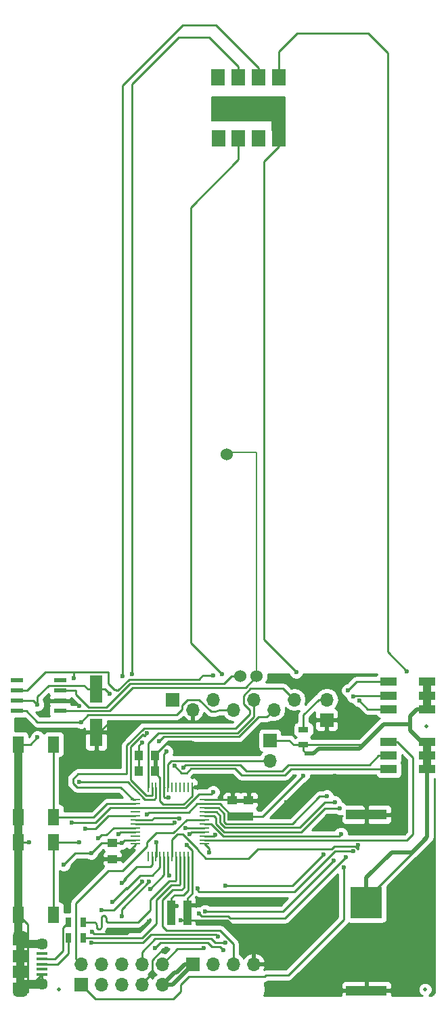
<source format=gtl>
G04 #@! TF.FileFunction,Copper,L1,Top,Signal*
%FSLAX46Y46*%
G04 Gerber Fmt 4.6, Leading zero omitted, Abs format (unit mm)*
G04 Created by KiCad (PCBNEW 4.0.7-e2-6376~58~ubuntu16.04.1) date Sat Mar  9 10:35:25 2019*
%MOMM*%
%LPD*%
G01*
G04 APERTURE LIST*
%ADD10C,0.100000*%
%ADD11C,0.150000*%
%ADD12C,1.524000*%
%ADD13R,1.600000X3.500000*%
%ADD14R,1.250000X1.000000*%
%ADD15R,1.000000X1.250000*%
%ADD16R,2.000000X1.100000*%
%ADD17R,1.700000X1.700000*%
%ADD18O,1.700000X1.700000*%
%ADD19R,1.900000X1.500000*%
%ADD20C,1.450000*%
%ADD21R,1.350000X0.400000*%
%ADD22O,1.900000X1.200000*%
%ADD23R,1.900000X1.200000*%
%ADD24R,1.300000X0.700000*%
%ADD25R,0.700000X1.300000*%
%ADD26R,1.400000X2.100000*%
%ADD27R,1.680000X2.000000*%
%ADD28R,1.550000X0.600000*%
%ADD29R,0.250000X1.300000*%
%ADD30R,1.300000X0.250000*%
%ADD31R,3.960000X3.960000*%
%ADD32R,5.080000X1.270000*%
%ADD33C,0.500000*%
%ADD34C,0.600000*%
%ADD35C,0.250000*%
%ADD36C,1.000000*%
%ADD37C,0.500000*%
%ADD38C,0.254000*%
G04 APERTURE END LIST*
D10*
D11*
X195948000Y-101240000D02*
X195948000Y-73240000D01*
X195948000Y-73240000D02*
X191948000Y-73240000D01*
G36*
X199523000Y-33090000D02*
X199523000Y-28890000D01*
X199523000Y-28890000D01*
X190323000Y-28890000D01*
X190323000Y-28890000D01*
X190323000Y-31890000D01*
X190323000Y-31890000D01*
X197923000Y-31890000D01*
X197923000Y-31890000D01*
X197923000Y-33090000D01*
X197923000Y-33090000D01*
X199523000Y-33090000D01*
X199523000Y-33090000D01*
G37*
X199523000Y-33090000D02*
X199523000Y-28890000D01*
X199523000Y-28890000D01*
X190323000Y-28890000D01*
X190323000Y-28890000D01*
X190323000Y-31890000D01*
X190323000Y-31890000D01*
X197923000Y-31890000D01*
X197923000Y-31890000D01*
X197923000Y-33090000D01*
X197923000Y-33090000D01*
X199523000Y-33090000D01*
D12*
X192248000Y-73540000D03*
X193948000Y-101240000D03*
X195948000Y-101240000D03*
D13*
X175895000Y-108237000D03*
X175895000Y-102837000D03*
D14*
X192913000Y-116729000D03*
X192913000Y-118729000D03*
D15*
X183245000Y-111125000D03*
X181245000Y-111125000D03*
D14*
X194945000Y-116729000D03*
X194945000Y-118729000D03*
D15*
X187309000Y-129794000D03*
X185309000Y-129794000D03*
X183245000Y-113030000D03*
X181245000Y-113030000D03*
D14*
X177927000Y-124063000D03*
X177927000Y-122063000D03*
D15*
X187309000Y-131699000D03*
X185309000Y-131699000D03*
D16*
X212484000Y-109425000D03*
X212484000Y-111125000D03*
X212484000Y-112825000D03*
X217284000Y-112825000D03*
X217284000Y-111125000D03*
X217284000Y-109425000D03*
X212484000Y-101932000D03*
X212484000Y-103632000D03*
X212484000Y-105332000D03*
X217284000Y-105332000D03*
X217284000Y-103632000D03*
X217284000Y-101932000D03*
D17*
X185420000Y-104140000D03*
D18*
X187960000Y-105410000D03*
X190500000Y-104140000D03*
X193040000Y-105410000D03*
X195580000Y-104140000D03*
X198120000Y-105410000D03*
X200660000Y-104140000D03*
D17*
X187960000Y-137160000D03*
D18*
X190500000Y-137160000D03*
X193040000Y-137160000D03*
X195580000Y-137160000D03*
D17*
X204724000Y-106680000D03*
D18*
X204724000Y-104140000D03*
D17*
X197612000Y-109220000D03*
D18*
X197612000Y-111760000D03*
D17*
X173990000Y-139700000D03*
D18*
X173990000Y-137160000D03*
X176530000Y-139700000D03*
X176530000Y-137160000D03*
X179070000Y-139700000D03*
X179070000Y-137160000D03*
X181610000Y-139700000D03*
X181610000Y-137160000D03*
X184150000Y-139700000D03*
X184150000Y-137160000D03*
D19*
X166401000Y-138160000D03*
D20*
X169101000Y-134660000D03*
D21*
X169101000Y-136510000D03*
X169101000Y-135860000D03*
X169101000Y-138460000D03*
X169101000Y-137810000D03*
X169101000Y-137160000D03*
D20*
X169101000Y-139660000D03*
D19*
X166401000Y-136160000D03*
D22*
X166401000Y-133660000D03*
X166401000Y-140660000D03*
D23*
X166401000Y-140060000D03*
X166401000Y-134260000D03*
D24*
X201803000Y-107889000D03*
X201803000Y-109789000D03*
D25*
X174305000Y-133858000D03*
X172405000Y-133858000D03*
X174305000Y-131953000D03*
X172405000Y-131953000D03*
D26*
X170576000Y-131020000D03*
X166116000Y-131020000D03*
X170576000Y-121920000D03*
X166116000Y-121920000D03*
X170576000Y-118828000D03*
X166116000Y-118828000D03*
X170576000Y-109728000D03*
X166116000Y-109728000D03*
D27*
X198723000Y-34110000D03*
X196183000Y-34110000D03*
X193643000Y-34110000D03*
X191183000Y-34110000D03*
X191103000Y-26490000D03*
X193643000Y-26490000D03*
X196183000Y-26490000D03*
X198723000Y-26490000D03*
D28*
X165956000Y-101727000D03*
X165956000Y-102997000D03*
X165956000Y-104267000D03*
X165956000Y-105537000D03*
X171356000Y-105537000D03*
X171356000Y-104267000D03*
X171356000Y-102997000D03*
X171356000Y-101727000D03*
D29*
X187862039Y-115061523D03*
X187362039Y-115061523D03*
X186862039Y-115061523D03*
X186362039Y-115061523D03*
X185862039Y-115061523D03*
X185362039Y-115061523D03*
X184862039Y-115061523D03*
X184362039Y-115061523D03*
X183862039Y-115061523D03*
X183362039Y-115061523D03*
X182862039Y-115061523D03*
X182362039Y-115061523D03*
D30*
X180762039Y-116661523D03*
X180762039Y-117161523D03*
X180762039Y-117661523D03*
X180762039Y-118161523D03*
X180762039Y-118661523D03*
X180762039Y-119161523D03*
X180762039Y-119661523D03*
X180762039Y-120161523D03*
X180762039Y-120661523D03*
X180762039Y-121161523D03*
X180762039Y-121661523D03*
X180762039Y-122161523D03*
D29*
X182362039Y-123761523D03*
X182862039Y-123761523D03*
X183362039Y-123761523D03*
X183862039Y-123761523D03*
X184362039Y-123761523D03*
X184862039Y-123761523D03*
X185362039Y-123761523D03*
X185862039Y-123761523D03*
X186362039Y-123761523D03*
X186862039Y-123761523D03*
X187362039Y-123761523D03*
X187862039Y-123761523D03*
D30*
X189462039Y-122161523D03*
X189462039Y-121661523D03*
X189462039Y-121161523D03*
X189462039Y-120661523D03*
X189462039Y-120161523D03*
X189462039Y-119661523D03*
X189462039Y-119161523D03*
X189462039Y-118661523D03*
X189462039Y-118161523D03*
X189462039Y-117661523D03*
X189462039Y-117161523D03*
X189462039Y-116661523D03*
D31*
X209677000Y-129477000D03*
D32*
X209677000Y-118492000D03*
X209677000Y-140462000D03*
D33*
X217170000Y-107442000D03*
X217043000Y-140335000D03*
X171196000Y-140335000D03*
D34*
X187960000Y-109601000D03*
X196342000Y-116713000D03*
X199644000Y-116967000D03*
X182499000Y-131826000D03*
X175387000Y-133096000D03*
X176022000Y-124841000D03*
X205740000Y-113665000D03*
X199009000Y-140081000D03*
X173736000Y-104902000D03*
X177546000Y-106934000D03*
X192913000Y-115443000D03*
X187198000Y-122301000D03*
X184658000Y-135255000D03*
X186436000Y-131699000D03*
X179070000Y-122047000D03*
X171831000Y-124714000D03*
X167513000Y-121920000D03*
X175260000Y-123317000D03*
X177546000Y-103378000D03*
X202184000Y-110871000D03*
X201803000Y-113665000D03*
X184912000Y-116332000D03*
X182245000Y-118491000D03*
X184658000Y-110617000D03*
X181610000Y-109474000D03*
X168529000Y-104775000D03*
X168529000Y-108839000D03*
X185928000Y-129921000D03*
X200914000Y-100711000D03*
X186309000Y-118999000D03*
X186817000Y-112649000D03*
X185674000Y-112395000D03*
X185674000Y-119507000D03*
X182626000Y-127762000D03*
X188722000Y-130810000D03*
X207137000Y-123825000D03*
X207391000Y-102997000D03*
X184979325Y-126123855D03*
X188538462Y-127710577D03*
X208026000Y-123063000D03*
X208026000Y-103759000D03*
X208661000Y-122301000D03*
X208788000Y-104267000D03*
X190500000Y-115697000D03*
X173101000Y-101473000D03*
X172847000Y-119507000D03*
X190500000Y-101092000D03*
X173990000Y-106934000D03*
X174498000Y-120269000D03*
X183769000Y-109347000D03*
X182245000Y-108331000D03*
X189992000Y-123190000D03*
X206375000Y-117729000D03*
X206502000Y-120904000D03*
X206883000Y-125095000D03*
X175260000Y-134493000D03*
X191135000Y-133731000D03*
X190754000Y-121031000D03*
X176530000Y-130429000D03*
X181610000Y-126873000D03*
X187071000Y-120142000D03*
X176149000Y-121412000D03*
X179070000Y-131191000D03*
X182499000Y-126873000D03*
X187579000Y-120904000D03*
X192024000Y-134493000D03*
X192024000Y-127381000D03*
X204343000Y-123444000D03*
X204724000Y-116205000D03*
X205613000Y-124206000D03*
X205740000Y-116967000D03*
X189357000Y-135128000D03*
X189484000Y-130556000D03*
X173736000Y-121920000D03*
X173736000Y-114427000D03*
X183388000Y-121920000D03*
X191643000Y-100965000D03*
X178689000Y-120904000D03*
X180340000Y-100965000D03*
X177927000Y-129413000D03*
X179197000Y-101219000D03*
X179070000Y-127000000D03*
X183261000Y-135128000D03*
X191770000Y-135382000D03*
X214757000Y-100584000D03*
D35*
X193948000Y-101240000D02*
X192765000Y-101240000D01*
X173355000Y-102997000D02*
X171356000Y-102997000D01*
X173355000Y-103505000D02*
X173355000Y-102997000D01*
X174936998Y-105086998D02*
X173355000Y-103505000D01*
X177165000Y-105086998D02*
X174936998Y-105086998D01*
X180143998Y-102108000D02*
X177165000Y-105086998D01*
X191897000Y-102108000D02*
X180143998Y-102108000D01*
X192765000Y-101240000D02*
X191897000Y-102108000D01*
X180467000Y-102616000D02*
X193548000Y-102616000D01*
X193548000Y-102616000D02*
X194572000Y-102616000D01*
X194572000Y-102616000D02*
X195948000Y-101240000D01*
X171356000Y-105537000D02*
X177546000Y-105537000D01*
X177546000Y-105537000D02*
X180467000Y-102616000D01*
D36*
X187309000Y-129794000D02*
X187309000Y-131699000D01*
D35*
X184912000Y-109347000D02*
X183245000Y-111014000D01*
X187706000Y-109347000D02*
X184912000Y-109347000D01*
X187960000Y-109601000D02*
X187706000Y-109347000D01*
X183245000Y-111014000D02*
X183245000Y-111125000D01*
X205740000Y-113665000D02*
X202946000Y-113665000D01*
X196326000Y-116729000D02*
X194945000Y-116729000D01*
X196342000Y-116713000D02*
X196326000Y-116729000D01*
X202946000Y-113665000D02*
X199644000Y-116967000D01*
X177927000Y-124063000D02*
X176800000Y-124063000D01*
X181483000Y-132842000D02*
X182499000Y-131826000D01*
X180213000Y-132842000D02*
X181483000Y-132842000D01*
X179705000Y-133350000D02*
X180213000Y-132842000D01*
X175641000Y-133350000D02*
X179705000Y-133350000D01*
X175387000Y-133096000D02*
X175641000Y-133350000D01*
X176800000Y-124063000D02*
X176022000Y-124841000D01*
X209677000Y-118492000D02*
X209677000Y-117602000D01*
X209677000Y-117602000D02*
X205740000Y-113665000D01*
X209677000Y-140462000D02*
X199390000Y-140462000D01*
X199390000Y-140462000D02*
X199009000Y-140081000D01*
X175895000Y-108237000D02*
X176243000Y-108237000D01*
X176243000Y-108237000D02*
X177546000Y-106934000D01*
X173101000Y-104267000D02*
X171356000Y-104267000D01*
X173736000Y-104902000D02*
X173101000Y-104267000D01*
X187862039Y-115061523D02*
X187862039Y-116174563D01*
X183862039Y-116806039D02*
X183862039Y-115061523D01*
X184267521Y-117211521D02*
X183862039Y-116806039D01*
X186825081Y-117211521D02*
X184267521Y-117211521D01*
X187862039Y-116174563D02*
X186825081Y-117211521D01*
X192913000Y-115443000D02*
X192913000Y-114935000D01*
X188468477Y-115061523D02*
X187862039Y-115061523D01*
X188976000Y-114554000D02*
X188468477Y-115061523D01*
X192532000Y-114554000D02*
X188976000Y-114554000D01*
X192913000Y-114935000D02*
X192532000Y-114554000D01*
X187862039Y-123761523D02*
X187862039Y-122965039D01*
X192913000Y-115443000D02*
X192913000Y-116729000D01*
X187862039Y-122965039D02*
X187198000Y-122301000D01*
X181610000Y-139700000D02*
X181610000Y-139573000D01*
X181610000Y-139573000D02*
X182880000Y-138303000D01*
X184277000Y-135255000D02*
X184658000Y-135255000D01*
X182880000Y-136652000D02*
X184277000Y-135255000D01*
X182880000Y-138303000D02*
X182880000Y-136652000D01*
X186436000Y-131699000D02*
X187309000Y-131699000D01*
X183245000Y-111125000D02*
X183245000Y-113030000D01*
X183245000Y-113030000D02*
X183245000Y-113268000D01*
X183245000Y-113268000D02*
X183862039Y-113885039D01*
X183862039Y-113885039D02*
X183862039Y-115061523D01*
X175895000Y-108237000D02*
X175420000Y-108237000D01*
X189462039Y-116661523D02*
X192845523Y-116661523D01*
X192845523Y-116661523D02*
X192913000Y-116729000D01*
X192913000Y-116729000D02*
X194945000Y-116729000D01*
X180762039Y-122161523D02*
X180762039Y-122259961D01*
X180762039Y-122259961D02*
X178959000Y-124063000D01*
X178959000Y-124063000D02*
X177927000Y-124063000D01*
X195580000Y-137160000D02*
X195580000Y-135001000D01*
X192278000Y-131699000D02*
X187309000Y-131699000D01*
X195580000Y-135001000D02*
X192278000Y-131699000D01*
X187862039Y-123761523D02*
X187862039Y-128367961D01*
X187309000Y-128921000D02*
X187309000Y-131699000D01*
X187862039Y-128367961D02*
X187309000Y-128921000D01*
D36*
X185309000Y-131699000D02*
X185309000Y-129794000D01*
X194945000Y-118729000D02*
X192913000Y-118729000D01*
D37*
X184150000Y-139700000D02*
X185420000Y-139700000D01*
X184150000Y-139700000D02*
X185674000Y-138176000D01*
X185674000Y-138176000D02*
X185928000Y-138176000D01*
X185928000Y-138176000D02*
X186944000Y-137160000D01*
X186944000Y-137160000D02*
X187960000Y-137160000D01*
X184150000Y-139700000D02*
X185420000Y-139700000D01*
X185420000Y-139700000D02*
X187960000Y-137160000D01*
D36*
X169101000Y-139660000D02*
X166801000Y-139660000D01*
X166801000Y-139660000D02*
X166401000Y-140060000D01*
X166401000Y-140060000D02*
X166401000Y-140660000D01*
X169101000Y-134660000D02*
X166801000Y-134660000D01*
X166801000Y-134660000D02*
X166401000Y-134260000D01*
X166401000Y-134260000D02*
X166401000Y-133660000D01*
X166401000Y-140660000D02*
X166401000Y-133660000D01*
X166401000Y-133660000D02*
X166116000Y-133375000D01*
X166116000Y-133375000D02*
X166116000Y-131020000D01*
X166116000Y-118828000D02*
X166116000Y-109728000D01*
X166116000Y-121920000D02*
X166116000Y-118828000D01*
X166116000Y-131020000D02*
X166116000Y-121920000D01*
D37*
X209677000Y-129477000D02*
X209677000Y-126365000D01*
X217284000Y-121298000D02*
X217284000Y-112825000D01*
X215392000Y-123190000D02*
X217284000Y-121298000D01*
X212852000Y-123190000D02*
X215392000Y-123190000D01*
X209677000Y-126365000D02*
X212852000Y-123190000D01*
X202184000Y-110871000D02*
X203073000Y-110871000D01*
X208788000Y-110236000D02*
X211836000Y-107188000D01*
X203708000Y-110236000D02*
X208788000Y-110236000D01*
X203073000Y-110871000D02*
X203708000Y-110236000D01*
X215138000Y-107188000D02*
X211836000Y-107188000D01*
D35*
X211836000Y-107188000D02*
X209235000Y-109789000D01*
X209235000Y-109789000D02*
X201803000Y-109789000D01*
D37*
X217284000Y-109425000D02*
X216613000Y-109425000D01*
X216613000Y-109425000D02*
X215138000Y-107950000D01*
X215978000Y-105332000D02*
X217284000Y-105332000D01*
X215138000Y-106172000D02*
X215978000Y-105332000D01*
X215138000Y-107950000D02*
X215138000Y-107188000D01*
X215138000Y-107188000D02*
X215138000Y-106172000D01*
D36*
X217284000Y-105332000D02*
X217284000Y-101932000D01*
X217284000Y-112825000D02*
X217284000Y-109425000D01*
D35*
X169101000Y-139660000D02*
X169101000Y-138460000D01*
X169101000Y-138460000D02*
X167501000Y-140060000D01*
X167501000Y-140060000D02*
X166401000Y-140060000D01*
X166401000Y-140060000D02*
X166401000Y-138160000D01*
X166401000Y-138160000D02*
X166401000Y-136160000D01*
X166401000Y-136160000D02*
X166401000Y-133660000D01*
X166401000Y-133660000D02*
X167401000Y-134660000D01*
X167401000Y-134660000D02*
X169101000Y-134660000D01*
X217284000Y-111125000D02*
X217284000Y-109425000D01*
X217284000Y-111125000D02*
X217284000Y-112825000D01*
X217284000Y-103632000D02*
X217284000Y-105332000D01*
X217284000Y-101932000D02*
X217284000Y-103632000D01*
X179070000Y-122047000D02*
X179054000Y-122063000D01*
X175260000Y-123317000D02*
X173228000Y-123317000D01*
X173228000Y-123317000D02*
X171831000Y-124714000D01*
X167513000Y-121920000D02*
X166116000Y-121920000D01*
X175895000Y-102837000D02*
X177005000Y-102837000D01*
X176514000Y-122063000D02*
X177927000Y-122063000D01*
X175260000Y-123317000D02*
X176514000Y-122063000D01*
X177005000Y-102837000D02*
X177546000Y-103378000D01*
X217284000Y-112825000D02*
X217284000Y-121425000D01*
X217284000Y-121425000D02*
X209677000Y-129032000D01*
X209677000Y-129032000D02*
X209677000Y-129477000D01*
X194945000Y-118729000D02*
X196739000Y-118729000D01*
X201803000Y-110490000D02*
X201803000Y-109789000D01*
X202184000Y-110871000D02*
X201803000Y-110490000D01*
X196739000Y-118729000D02*
X201803000Y-113665000D01*
X189462039Y-117161523D02*
X188527477Y-117161523D01*
X184362039Y-116290039D02*
X184362039Y-115111521D01*
X184404000Y-116332000D02*
X184362039Y-116290039D01*
X184912000Y-116332000D02*
X184404000Y-116332000D01*
X182499000Y-118237000D02*
X182245000Y-118491000D01*
X187452000Y-118237000D02*
X182499000Y-118237000D01*
X188527477Y-117161523D02*
X187452000Y-118237000D01*
X184362039Y-115111521D02*
X184412037Y-115061523D01*
X184412037Y-115061523D02*
X184362039Y-115061523D01*
X184362039Y-110912961D02*
X184362039Y-115061523D01*
X184658000Y-110617000D02*
X184362039Y-110912961D01*
X181245000Y-111125000D02*
X181245000Y-109839000D01*
X181245000Y-109839000D02*
X181610000Y-109474000D01*
X175895000Y-102837000D02*
X174846000Y-102837000D01*
X168529000Y-103759000D02*
X168529000Y-104775000D01*
X169926000Y-102362000D02*
X168529000Y-103759000D01*
X174371000Y-102362000D02*
X169926000Y-102362000D01*
X174846000Y-102837000D02*
X174371000Y-102362000D01*
X165956000Y-104267000D02*
X168021000Y-104267000D01*
X167640000Y-109728000D02*
X166116000Y-109728000D01*
X168529000Y-108839000D02*
X167640000Y-109728000D01*
X168021000Y-104267000D02*
X168529000Y-104775000D01*
X185928000Y-129921000D02*
X185801000Y-129794000D01*
X185801000Y-129794000D02*
X185309000Y-129794000D01*
X187960000Y-137160000D02*
X187833000Y-137160000D01*
X187833000Y-137160000D02*
X185293000Y-139700000D01*
X185293000Y-139700000D02*
X184150000Y-139700000D01*
X167290000Y-133660000D02*
X167290000Y-132194000D01*
X167290000Y-132194000D02*
X166116000Y-131020000D01*
X166116000Y-131020000D02*
X166116000Y-118828000D01*
X167290000Y-140660000D02*
X167290000Y-138160000D01*
X167290000Y-138160000D02*
X167290000Y-136160000D01*
X167290000Y-136160000D02*
X167290000Y-133660000D01*
X168804000Y-140060000D02*
X167290000Y-140060000D01*
X169204000Y-139660000D02*
X168804000Y-140060000D01*
X167290000Y-140060000D02*
X167290000Y-140660000D01*
X198723000Y-34110000D02*
X198723000Y-35084000D01*
X198723000Y-35084000D02*
X196850000Y-36957000D01*
X196850000Y-36957000D02*
X196850000Y-96647000D01*
X196850000Y-96647000D02*
X200914000Y-100711000D01*
X181245000Y-111125000D02*
X181245000Y-113030000D01*
X201803000Y-109789000D02*
X200594000Y-109789000D01*
X200594000Y-109789000D02*
X200025000Y-109220000D01*
X200025000Y-109220000D02*
X197612000Y-109220000D01*
X189462039Y-117161523D02*
X191345523Y-117161523D01*
X191345523Y-117161523D02*
X192913000Y-118729000D01*
X180762039Y-121661523D02*
X179455477Y-121661523D01*
X179455477Y-121661523D02*
X179054000Y-122063000D01*
X179054000Y-122063000D02*
X177927000Y-122063000D01*
X187362039Y-123761523D02*
X187362039Y-127978961D01*
X187362039Y-127978961D02*
X186817000Y-128524000D01*
X186817000Y-128524000D02*
X185674000Y-128524000D01*
X185674000Y-128524000D02*
X185309000Y-128889000D01*
X185309000Y-128889000D02*
X185309000Y-131699000D01*
X189462039Y-121661523D02*
X214761477Y-121661523D01*
X213565000Y-109425000D02*
X212484000Y-109425000D01*
X215519000Y-111379000D02*
X213565000Y-109425000D01*
X215519000Y-120904000D02*
X215519000Y-111379000D01*
X214761477Y-121661523D02*
X215519000Y-120904000D01*
X186817000Y-112522000D02*
X186817000Y-112649000D01*
X187071000Y-112268000D02*
X186817000Y-112522000D01*
X212484000Y-111125000D02*
X211180998Y-111125000D01*
X194691000Y-113030000D02*
X193929000Y-112268000D01*
X199193998Y-113030000D02*
X194691000Y-113030000D01*
X199955998Y-112268000D02*
X199193998Y-113030000D01*
X210037998Y-112268000D02*
X199955998Y-112268000D01*
X211180998Y-111125000D02*
X210037998Y-112268000D01*
X193929000Y-112268000D02*
X187071000Y-112268000D01*
X182844477Y-119161523D02*
X180762039Y-119161523D01*
X183134000Y-118872000D02*
X182844477Y-119161523D01*
X186182000Y-118872000D02*
X183134000Y-118872000D01*
X186309000Y-118999000D02*
X186182000Y-118872000D01*
X194437000Y-113538000D02*
X194056000Y-113538000D01*
X185674000Y-119507000D02*
X185469479Y-119711521D01*
X185469479Y-119711521D02*
X180762039Y-119711521D01*
X186563000Y-113284000D02*
X185674000Y-112395000D01*
X187198000Y-113284000D02*
X186563000Y-113284000D01*
X187763998Y-112718002D02*
X187198000Y-113284000D01*
X193236002Y-112718002D02*
X187763998Y-112718002D01*
X194056000Y-113538000D02*
X193236002Y-112718002D01*
X212484000Y-112825000D02*
X200230000Y-112825000D01*
X199517000Y-113538000D02*
X194437000Y-113538000D01*
X194437000Y-113538000D02*
X194367998Y-113538000D01*
X200230000Y-112825000D02*
X199517000Y-113538000D01*
X180762039Y-119711521D02*
X180762039Y-119661523D01*
X207137000Y-123825000D02*
X199517000Y-131445000D01*
X199517000Y-131445000D02*
X192660410Y-131445000D01*
X192660410Y-131445000D02*
X192406410Y-131191000D01*
X192406410Y-131191000D02*
X189103000Y-131191000D01*
X189103000Y-131191000D02*
X188722000Y-130810000D01*
X212484000Y-101932000D02*
X208456000Y-101932000D01*
X184362039Y-126025961D02*
X184362039Y-123761523D01*
X182626000Y-127762000D02*
X184362039Y-126025961D01*
X208456000Y-101932000D02*
X207391000Y-102997000D01*
X184979325Y-126123855D02*
X184862039Y-126006569D01*
X184862039Y-126006569D02*
X184862039Y-123761523D01*
X191516000Y-128143000D02*
X188723410Y-128143000D01*
X188723410Y-128143000D02*
X188538462Y-127958052D01*
X188538462Y-127958052D02*
X188538462Y-127710577D01*
X212484000Y-103632000D02*
X208153000Y-103632000D01*
X200660000Y-128143000D02*
X191516000Y-128143000D01*
X205740000Y-123063000D02*
X200660000Y-128143000D01*
X208026000Y-123063000D02*
X205740000Y-123063000D01*
X208153000Y-103632000D02*
X208026000Y-103759000D01*
X205299284Y-122799001D02*
X196088000Y-122799001D01*
X189611000Y-123952000D02*
X194935001Y-123952000D01*
X194935001Y-123952000D02*
X196088000Y-122799001D01*
X188585001Y-122926001D02*
X189611000Y-123952000D01*
X188585001Y-122799001D02*
X188585001Y-122926001D01*
X208661000Y-122301000D02*
X208661000Y-122772998D01*
X208661000Y-122772998D02*
X208326001Y-122437999D01*
X208326001Y-122437999D02*
X205660286Y-122437999D01*
X205660286Y-122437999D02*
X205299284Y-122799001D01*
X188585001Y-122799001D02*
X186690000Y-120904000D01*
X186690000Y-120904000D02*
X186055000Y-120904000D01*
X186055000Y-120904000D02*
X185362039Y-121596961D01*
X185362039Y-121596961D02*
X185362039Y-123761523D01*
X212484000Y-105332000D02*
X209853000Y-105332000D01*
X209853000Y-105332000D02*
X208788000Y-104267000D01*
X189230000Y-101092000D02*
X190500000Y-101092000D01*
X188849000Y-101473000D02*
X189230000Y-101092000D01*
X180015588Y-101600000D02*
X188849000Y-101600000D01*
X188849000Y-101600000D02*
X188849000Y-101473000D01*
X178618588Y-102997000D02*
X180015588Y-101600000D01*
X178308000Y-102870000D02*
X178435000Y-102997000D01*
X178435000Y-102997000D02*
X178618588Y-102997000D01*
X177419000Y-102108000D02*
X178181000Y-102870000D01*
X178181000Y-102870000D02*
X178308000Y-102870000D01*
X169545000Y-100711000D02*
X177419000Y-100711000D01*
X177419000Y-100711000D02*
X177419000Y-102108000D01*
X187011477Y-117661523D02*
X180762039Y-117661523D01*
X188722000Y-115951000D02*
X187011477Y-117661523D01*
X190246000Y-115951000D02*
X188722000Y-115951000D01*
X190500000Y-115697000D02*
X190246000Y-115951000D01*
X173101000Y-101473000D02*
X173101000Y-100711000D01*
X173101000Y-100711000D02*
X173101000Y-100838000D01*
X180762039Y-117661523D02*
X177613477Y-117661523D01*
X175768000Y-119507000D02*
X172847000Y-119507000D01*
X177613477Y-117661523D02*
X175768000Y-119507000D01*
X165956000Y-102997000D02*
X167259000Y-102997000D01*
X167259000Y-102997000D02*
X169545000Y-100711000D01*
X180762039Y-118661523D02*
X177375477Y-118661523D01*
X175768000Y-120269000D02*
X174498000Y-120269000D01*
X177375477Y-118661523D02*
X175768000Y-120269000D01*
X165956000Y-105537000D02*
X167132000Y-105537000D01*
X185928000Y-106045000D02*
X186595001Y-105377999D01*
X191262000Y-105410000D02*
X193040000Y-105410000D01*
X167132000Y-105537000D02*
X168529000Y-106934000D01*
X168529000Y-106934000D02*
X173990000Y-106934000D01*
X174879000Y-106045000D02*
X185928000Y-106045000D01*
X190232082Y-105611084D02*
X190754000Y-105611084D01*
X173990000Y-106934000D02*
X174879000Y-106045000D01*
X186595001Y-105377999D02*
X186595001Y-104869999D01*
X186595001Y-104869999D02*
X187325000Y-104140000D01*
X187325000Y-104140000D02*
X188760998Y-104140000D01*
X188760998Y-104140000D02*
X190232082Y-105611084D01*
X190754000Y-105611084D02*
X191262000Y-105410000D01*
X182362039Y-115061523D02*
X182362039Y-109610961D01*
X182362039Y-109610961D02*
X183642000Y-108331000D01*
X183642000Y-108331000D02*
X193546590Y-108331000D01*
X193546590Y-108331000D02*
X195580000Y-106297590D01*
X195580000Y-106297590D02*
X195580000Y-105664000D01*
X195580000Y-105664000D02*
X195580000Y-104140000D01*
X181737705Y-108458705D02*
X181909999Y-108630999D01*
X181909999Y-108630999D02*
X181945001Y-108630999D01*
X181945001Y-108630999D02*
X182245000Y-108331000D01*
X180213000Y-109983410D02*
X181737705Y-108458705D01*
X180213000Y-110363000D02*
X180213000Y-109983410D01*
X182862039Y-115061523D02*
X182862039Y-116095961D01*
X197231000Y-106299000D02*
X198120000Y-105410000D01*
X196215000Y-106299000D02*
X197231000Y-106299000D01*
X193732998Y-108781002D02*
X196215000Y-106299000D01*
X184334998Y-108781002D02*
X193732998Y-108781002D01*
X183769000Y-109347000D02*
X184334998Y-108781002D01*
X180213000Y-114173000D02*
X180213000Y-110363000D01*
X182118000Y-116078000D02*
X180213000Y-114173000D01*
X182844078Y-116078000D02*
X182118000Y-116078000D01*
X182862039Y-116095961D02*
X182844078Y-116078000D01*
X180762039Y-116661523D02*
X180542523Y-116661523D01*
X180542523Y-116661523D02*
X178943000Y-115062000D01*
X178943000Y-115062000D02*
X173482000Y-115062000D01*
X173482000Y-115062000D02*
X172974000Y-114554000D01*
X172974000Y-114554000D02*
X172974000Y-114046000D01*
X172974000Y-114046000D02*
X173609000Y-113411000D01*
X173609000Y-113411000D02*
X179705000Y-113411000D01*
X179705000Y-113411000D02*
X179705000Y-110236000D01*
X179705000Y-110236000D02*
X179705000Y-109855000D01*
X179705000Y-109855000D02*
X181864000Y-107696000D01*
X181864000Y-107696000D02*
X193294000Y-107696000D01*
X193294000Y-107696000D02*
X195072000Y-105918000D01*
X195072000Y-105918000D02*
X195072000Y-105410000D01*
X195072000Y-105410000D02*
X194310000Y-104648000D01*
X194310000Y-104648000D02*
X194310000Y-103632000D01*
X194310000Y-103632000D02*
X195199000Y-102743000D01*
X195199000Y-102743000D02*
X199263000Y-102743000D01*
X199263000Y-102743000D02*
X200660000Y-104140000D01*
X189992000Y-123190000D02*
X189992000Y-122691484D01*
X189992000Y-122691484D02*
X189462039Y-122161523D01*
X189474516Y-122174000D02*
X189462039Y-122161523D01*
X186862039Y-123761523D02*
X186862039Y-127589961D01*
X193040000Y-134620000D02*
X193040000Y-137160000D01*
X191389000Y-132969000D02*
X193040000Y-134620000D01*
X184658000Y-132969000D02*
X191389000Y-132969000D01*
X184150000Y-132461000D02*
X184658000Y-132969000D01*
X184150000Y-129159000D02*
X184150000Y-132461000D01*
X185420000Y-127889000D02*
X184150000Y-129159000D01*
X186563000Y-127889000D02*
X185420000Y-127889000D01*
X186862039Y-127589961D02*
X186563000Y-127889000D01*
X196088000Y-120650000D02*
X201549000Y-120650000D01*
X204470000Y-117729000D02*
X206375000Y-117729000D01*
X201549000Y-120650000D02*
X204470000Y-117729000D01*
X189462039Y-118661523D02*
X190601521Y-118661523D01*
X191894204Y-120650000D02*
X196088000Y-120650000D01*
X196088000Y-120650000D02*
X196215000Y-120650000D01*
X190881000Y-119636796D02*
X191894204Y-120650000D01*
X190881000Y-118941002D02*
X190881000Y-119636796D01*
X190601521Y-118661523D02*
X190881000Y-118941002D01*
X204724000Y-104140000D02*
X203708000Y-104140000D01*
X203708000Y-104140000D02*
X201803000Y-106045000D01*
X201803000Y-106045000D02*
X201803000Y-107889000D01*
X197612000Y-111760000D02*
X185293000Y-111760000D01*
X184862039Y-112190961D02*
X184862039Y-115061523D01*
X185293000Y-111760000D02*
X184862039Y-112190961D01*
X206883000Y-131572000D02*
X199898000Y-138557000D01*
X199898000Y-138557000D02*
X197104000Y-138557000D01*
X206883000Y-125095000D02*
X206883000Y-131572000D01*
X206248000Y-121158000D02*
X206502000Y-120904000D01*
X185547000Y-141478000D02*
X175768000Y-141478000D01*
X173990000Y-139700000D02*
X175768000Y-141478000D01*
X190269329Y-119661523D02*
X189462039Y-119661523D01*
X191765806Y-121158000D02*
X196215000Y-121158000D01*
X190269329Y-119661523D02*
X191765806Y-121158000D01*
X196215000Y-121158000D02*
X206248000Y-121158000D01*
X186436000Y-140589000D02*
X185547000Y-141478000D01*
X186436000Y-139700000D02*
X186436000Y-140589000D01*
X187452000Y-138684000D02*
X186436000Y-139700000D01*
X196977000Y-138684000D02*
X187452000Y-138684000D01*
X197104000Y-138557000D02*
X196977000Y-138684000D01*
X189462039Y-119161523D02*
X188249523Y-119161523D01*
X173355000Y-136525000D02*
X173990000Y-137160000D01*
X173355000Y-129540000D02*
X173355000Y-136525000D01*
X177419000Y-125476000D02*
X173355000Y-129540000D01*
X179197000Y-125476000D02*
X177419000Y-125476000D01*
X182245000Y-122428000D02*
X179197000Y-125476000D01*
X182245000Y-121920000D02*
X182245000Y-122428000D01*
X183388000Y-120777000D02*
X182245000Y-121920000D01*
X185545602Y-120777000D02*
X183388000Y-120777000D01*
X187196602Y-119126000D02*
X185545602Y-120777000D01*
X188214000Y-119126000D02*
X187196602Y-119126000D01*
X188249523Y-119161523D02*
X188214000Y-119126000D01*
X189462039Y-121161523D02*
X190623477Y-121161523D01*
X181737000Y-134493000D02*
X175260000Y-134493000D01*
X182753000Y-133477000D02*
X181737000Y-134493000D01*
X190881000Y-133477000D02*
X182753000Y-133477000D01*
X191135000Y-133731000D02*
X190881000Y-133477000D01*
X190623477Y-121161523D02*
X190754000Y-121031000D01*
X189462039Y-120161523D02*
X187090523Y-120161523D01*
X178054000Y-130429000D02*
X176530000Y-130429000D01*
X181610000Y-126873000D02*
X178054000Y-130429000D01*
X187090523Y-120161523D02*
X187071000Y-120142000D01*
X180762039Y-120161523D02*
X178034477Y-120161523D01*
X176530000Y-121031000D02*
X176149000Y-121412000D01*
X177165000Y-121031000D02*
X176530000Y-121031000D01*
X178034477Y-120161523D02*
X177165000Y-121031000D01*
X189462039Y-120661523D02*
X187821477Y-120661523D01*
X179070000Y-130302000D02*
X179070000Y-131191000D01*
X182499000Y-126873000D02*
X179070000Y-130302000D01*
X187821477Y-120661523D02*
X187579000Y-120904000D01*
X196215000Y-119634000D02*
X200406000Y-119634000D01*
X191194523Y-117661523D02*
X191897000Y-118364000D01*
X191897000Y-118364000D02*
X191897000Y-119380000D01*
X191897000Y-119380000D02*
X192151000Y-119634000D01*
X192151000Y-119634000D02*
X196215000Y-119634000D01*
X189462039Y-117661523D02*
X191194523Y-117661523D01*
X181610000Y-135636000D02*
X181610000Y-137160000D01*
X183261000Y-133985000D02*
X181610000Y-135636000D01*
X190246000Y-133985000D02*
X183261000Y-133985000D01*
X190754000Y-134493000D02*
X190246000Y-133985000D01*
X192024000Y-134493000D02*
X190754000Y-134493000D01*
X200406000Y-127381000D02*
X192024000Y-127381000D01*
X204343000Y-123444000D02*
X200406000Y-127381000D01*
X203835000Y-116205000D02*
X204724000Y-116205000D01*
X200406000Y-119634000D02*
X203835000Y-116205000D01*
X201352998Y-120084002D02*
X204470000Y-116967000D01*
X204470000Y-116967000D02*
X205740000Y-116967000D01*
X196088000Y-120084002D02*
X201352998Y-120084002D01*
X186055000Y-135255000D02*
X184150000Y-137160000D01*
X189230000Y-135255000D02*
X186055000Y-135255000D01*
X189357000Y-135128000D02*
X189230000Y-135255000D01*
X199263000Y-130556000D02*
X189484000Y-130556000D01*
X205613000Y-124206000D02*
X199263000Y-130556000D01*
X189462039Y-118161523D02*
X190932523Y-118161523D01*
X191964604Y-120084002D02*
X196088000Y-120084002D01*
X196088000Y-120084002D02*
X196215000Y-120084002D01*
X191389000Y-119508398D02*
X191964604Y-120084002D01*
X191389000Y-118618000D02*
X191389000Y-119508398D01*
X190932523Y-118161523D02*
X191389000Y-118618000D01*
X169101000Y-136510000D02*
X169990000Y-136510000D01*
X170703000Y-136510000D02*
X171704000Y-135509000D01*
X171704000Y-135509000D02*
X171704000Y-132654000D01*
X171704000Y-132654000D02*
X172405000Y-131953000D01*
X169990000Y-136510000D02*
X170703000Y-136510000D01*
X169101000Y-137160000D02*
X169990000Y-137160000D01*
X171069000Y-137160000D02*
X172405000Y-135824000D01*
X172405000Y-135824000D02*
X172405000Y-133858000D01*
X169990000Y-137160000D02*
X171069000Y-137160000D01*
X186362039Y-123761523D02*
X186362039Y-127200961D01*
X181610000Y-133858000D02*
X174305000Y-133858000D01*
X183388000Y-132080000D02*
X181610000Y-133858000D01*
X183388000Y-129159000D02*
X183388000Y-132080000D01*
X185293000Y-127254000D02*
X183388000Y-129159000D01*
X186309000Y-127254000D02*
X185293000Y-127254000D01*
X186362039Y-127200961D02*
X186309000Y-127254000D01*
X185862039Y-123761523D02*
X185862039Y-126684961D01*
X181102000Y-131953000D02*
X177419000Y-131953000D01*
X185862039Y-126684961D02*
X185801000Y-126746000D01*
X185801000Y-126746000D02*
X185039000Y-126746000D01*
X177231953Y-131887549D02*
X177184450Y-131840046D01*
X176489290Y-132617418D02*
X176453549Y-132674299D01*
X176548709Y-131288582D02*
X176526521Y-131351991D01*
X176631953Y-131184198D02*
X176584450Y-131231701D01*
X185039000Y-126746000D02*
X182626000Y-129159000D01*
X176349165Y-132757543D02*
X176285756Y-132779731D01*
X175446639Y-131953000D02*
X174305000Y-131953000D01*
X177126521Y-131719756D02*
X177119000Y-131653000D01*
X177288834Y-131923290D02*
X177231953Y-131887549D01*
X177419000Y-131953000D02*
X177352243Y-131945478D01*
X177148709Y-131783165D02*
X177126521Y-131719756D01*
X182626000Y-129159000D02*
X182626000Y-130429000D01*
X176688834Y-131148457D02*
X176631953Y-131184198D01*
X182626000Y-130429000D02*
X181102000Y-131953000D01*
X177352243Y-131945478D02*
X177288834Y-131923290D01*
X177184450Y-131840046D02*
X177148709Y-131783165D01*
X177111478Y-131351991D02*
X177089290Y-131288582D01*
X177119000Y-131653000D02*
X177119000Y-131418748D01*
X175685756Y-131960522D02*
X175619000Y-131953000D01*
X176519000Y-131418748D02*
X176519000Y-132487252D01*
X177119000Y-131418748D02*
X177111478Y-131351991D01*
X177053549Y-131231701D02*
X177006046Y-131184198D01*
X175911478Y-132186244D02*
X175889290Y-132122835D01*
X177089290Y-131288582D02*
X177053549Y-131231701D01*
X175926521Y-132554009D02*
X175919000Y-132487252D01*
X176511478Y-132554009D02*
X176489290Y-132617418D01*
X177006046Y-131184198D02*
X176949165Y-131148457D01*
X176949165Y-131148457D02*
X176885756Y-131126269D01*
X176752243Y-131126269D02*
X176688834Y-131148457D01*
X175889290Y-132122835D02*
X175853549Y-132065954D01*
X176885756Y-131126269D02*
X176819000Y-131118748D01*
X176406046Y-132721802D02*
X176349165Y-132757543D01*
X176819000Y-131118748D02*
X176752243Y-131126269D01*
X176584450Y-131231701D02*
X176548709Y-131288582D01*
X175749165Y-131982710D02*
X175685756Y-131960522D01*
X176526521Y-131351991D02*
X176519000Y-131418748D01*
X176285756Y-132779731D02*
X176219000Y-132787252D01*
X175919000Y-132487252D02*
X175919000Y-132253000D01*
X176519000Y-132487252D02*
X176511478Y-132554009D01*
X176219000Y-132787252D02*
X176152243Y-132779731D01*
X176453549Y-132674299D02*
X176406046Y-132721802D01*
X176152243Y-132779731D02*
X176088834Y-132757543D01*
X176088834Y-132757543D02*
X176031953Y-132721802D01*
X176031953Y-132721802D02*
X175984450Y-132674299D01*
X175984450Y-132674299D02*
X175948709Y-132617418D01*
X175948709Y-132617418D02*
X175926521Y-132554009D01*
X175919000Y-132253000D02*
X175911478Y-132186244D01*
X175853549Y-132065954D02*
X175806046Y-132018451D01*
X175806046Y-132018451D02*
X175749165Y-131982710D01*
X175619000Y-131953000D02*
X175446639Y-131953000D01*
X170576000Y-121920000D02*
X170576000Y-131020000D01*
X183362039Y-115061523D02*
X183362039Y-116357961D01*
X173736000Y-121920000D02*
X170576000Y-121920000D01*
X179830602Y-114427000D02*
X173736000Y-114427000D01*
X181989602Y-116586000D02*
X179830602Y-114427000D01*
X183134000Y-116586000D02*
X181989602Y-116586000D01*
X183362039Y-116357961D02*
X183134000Y-116586000D01*
X170576000Y-118828000D02*
X170576000Y-109728000D01*
X170576000Y-118828000D02*
X175558000Y-118828000D01*
X177224477Y-117161523D02*
X180762039Y-117161523D01*
X175558000Y-118828000D02*
X177224477Y-117161523D01*
X193643000Y-34110000D02*
X193643000Y-36735000D01*
X183412037Y-121944037D02*
X183412037Y-123711525D01*
X183388000Y-121920000D02*
X183412037Y-121944037D01*
X187706000Y-97028000D02*
X191643000Y-100965000D01*
X187706000Y-42672000D02*
X187706000Y-97028000D01*
X193643000Y-36735000D02*
X187706000Y-42672000D01*
X183412037Y-123711525D02*
X183362039Y-123761523D01*
X186944000Y-21463000D02*
X186182000Y-21463000D01*
X193643000Y-25114000D02*
X189992000Y-21463000D01*
X189992000Y-21463000D02*
X186944000Y-21463000D01*
X193643000Y-26490000D02*
X193643000Y-25114000D01*
X178931477Y-120661523D02*
X180762039Y-120661523D01*
X178689000Y-120904000D02*
X178931477Y-120661523D01*
X180340000Y-27305000D02*
X180340000Y-100965000D01*
X186182000Y-21463000D02*
X180340000Y-27305000D01*
X186944000Y-19939000D02*
X186690000Y-19939000D01*
X179705000Y-127635000D02*
X179832000Y-127635000D01*
X177927000Y-129413000D02*
X179705000Y-127635000D01*
X179197000Y-27432000D02*
X179197000Y-101219000D01*
X186690000Y-19939000D02*
X179197000Y-27432000D01*
X196183000Y-26490000D02*
X196183000Y-25241000D01*
X190881000Y-19939000D02*
X186944000Y-19939000D01*
X186944000Y-19939000D02*
X186817000Y-19939000D01*
X196183000Y-25241000D02*
X190881000Y-19939000D01*
X183862039Y-123761523D02*
X183862039Y-125128961D01*
X181356000Y-126111000D02*
X179832000Y-127635000D01*
X182880000Y-126111000D02*
X181356000Y-126111000D01*
X183862039Y-125128961D02*
X182880000Y-126111000D01*
X179832000Y-127635000D02*
X179705000Y-127762000D01*
X212344000Y-23368000D02*
X212344000Y-98171000D01*
X198723000Y-23273000D02*
X201041000Y-20955000D01*
X201041000Y-20955000D02*
X209931000Y-20955000D01*
X209931000Y-20955000D02*
X212344000Y-23368000D01*
X198723000Y-26490000D02*
X198723000Y-23273000D01*
X179578000Y-126365000D02*
X180975000Y-124968000D01*
X179578000Y-126492000D02*
X179578000Y-126365000D01*
X179070000Y-127000000D02*
X179578000Y-126492000D01*
X183896000Y-134493000D02*
X183261000Y-135128000D01*
X189865000Y-134493000D02*
X183896000Y-134493000D01*
X190373000Y-135001000D02*
X189865000Y-134493000D01*
X191389000Y-135001000D02*
X190373000Y-135001000D01*
X191770000Y-135382000D02*
X191389000Y-135001000D01*
X212344000Y-98171000D02*
X214757000Y-100584000D01*
X182862039Y-123761523D02*
X182862039Y-124731961D01*
X180975000Y-124968000D02*
X179387500Y-126555500D01*
X179387500Y-126555500D02*
X179324000Y-126619000D01*
X182626000Y-124968000D02*
X180975000Y-124968000D01*
X182862039Y-124731961D02*
X182626000Y-124968000D01*
D38*
G36*
X218243000Y-140244936D02*
X218165014Y-140636997D01*
X217996780Y-140888777D01*
X217744996Y-141057014D01*
X217490645Y-141107608D01*
X217543657Y-141085704D01*
X217792829Y-140836967D01*
X217927846Y-140511810D01*
X217928153Y-140159735D01*
X217793704Y-139834343D01*
X217544967Y-139585171D01*
X217219810Y-139450154D01*
X216867735Y-139449847D01*
X216542343Y-139584296D01*
X216293171Y-139833033D01*
X216158154Y-140158190D01*
X216157847Y-140510265D01*
X216292296Y-140835657D01*
X216541033Y-141084829D01*
X216649817Y-141130000D01*
X212852000Y-141130000D01*
X212852000Y-140747750D01*
X212693250Y-140589000D01*
X209804000Y-140589000D01*
X209804000Y-140609000D01*
X209550000Y-140609000D01*
X209550000Y-140589000D01*
X206660750Y-140589000D01*
X206502000Y-140747750D01*
X206502000Y-141130000D01*
X196878816Y-141130000D01*
X196957268Y-140940599D01*
X196965920Y-140919711D01*
X197073571Y-140378514D01*
X197073571Y-140101485D01*
X196993848Y-139700691D01*
X206502000Y-139700691D01*
X206502000Y-140176250D01*
X206660750Y-140335000D01*
X209550000Y-140335000D01*
X209550000Y-139350750D01*
X209804000Y-139350750D01*
X209804000Y-140335000D01*
X212693250Y-140335000D01*
X212852000Y-140176250D01*
X212852000Y-139700691D01*
X212755327Y-139467302D01*
X212576699Y-139288673D01*
X212343310Y-139192000D01*
X209962750Y-139192000D01*
X209804000Y-139350750D01*
X209550000Y-139350750D01*
X209391250Y-139192000D01*
X207010690Y-139192000D01*
X206777301Y-139288673D01*
X206598673Y-139467302D01*
X206502000Y-139700691D01*
X196993848Y-139700691D01*
X196965920Y-139560289D01*
X196934869Y-139485327D01*
X196917752Y-139444000D01*
X196977000Y-139444000D01*
X197267839Y-139386148D01*
X197371327Y-139317000D01*
X199898000Y-139317000D01*
X200188839Y-139259148D01*
X200435401Y-139094401D01*
X207420401Y-132109401D01*
X207456287Y-132055694D01*
X207697000Y-132104440D01*
X211657000Y-132104440D01*
X211892317Y-132060162D01*
X212108441Y-131921090D01*
X212253431Y-131708890D01*
X212304440Y-131457000D01*
X212304440Y-127497000D01*
X212301647Y-127482155D01*
X215867777Y-123916025D01*
X216017790Y-123815790D01*
X217909787Y-121923792D01*
X217909790Y-121923790D01*
X218101633Y-121636675D01*
X218126910Y-121509599D01*
X218169001Y-121298000D01*
X218169000Y-121297995D01*
X218169000Y-114022440D01*
X218243000Y-114022440D01*
X218243000Y-140244936D01*
X218243000Y-140244936D01*
G37*
X218243000Y-140244936D02*
X218165014Y-140636997D01*
X217996780Y-140888777D01*
X217744996Y-141057014D01*
X217490645Y-141107608D01*
X217543657Y-141085704D01*
X217792829Y-140836967D01*
X217927846Y-140511810D01*
X217928153Y-140159735D01*
X217793704Y-139834343D01*
X217544967Y-139585171D01*
X217219810Y-139450154D01*
X216867735Y-139449847D01*
X216542343Y-139584296D01*
X216293171Y-139833033D01*
X216158154Y-140158190D01*
X216157847Y-140510265D01*
X216292296Y-140835657D01*
X216541033Y-141084829D01*
X216649817Y-141130000D01*
X212852000Y-141130000D01*
X212852000Y-140747750D01*
X212693250Y-140589000D01*
X209804000Y-140589000D01*
X209804000Y-140609000D01*
X209550000Y-140609000D01*
X209550000Y-140589000D01*
X206660750Y-140589000D01*
X206502000Y-140747750D01*
X206502000Y-141130000D01*
X196878816Y-141130000D01*
X196957268Y-140940599D01*
X196965920Y-140919711D01*
X197073571Y-140378514D01*
X197073571Y-140101485D01*
X196993848Y-139700691D01*
X206502000Y-139700691D01*
X206502000Y-140176250D01*
X206660750Y-140335000D01*
X209550000Y-140335000D01*
X209550000Y-139350750D01*
X209804000Y-139350750D01*
X209804000Y-140335000D01*
X212693250Y-140335000D01*
X212852000Y-140176250D01*
X212852000Y-139700691D01*
X212755327Y-139467302D01*
X212576699Y-139288673D01*
X212343310Y-139192000D01*
X209962750Y-139192000D01*
X209804000Y-139350750D01*
X209550000Y-139350750D01*
X209391250Y-139192000D01*
X207010690Y-139192000D01*
X206777301Y-139288673D01*
X206598673Y-139467302D01*
X206502000Y-139700691D01*
X196993848Y-139700691D01*
X196965920Y-139560289D01*
X196934869Y-139485327D01*
X196917752Y-139444000D01*
X196977000Y-139444000D01*
X197267839Y-139386148D01*
X197371327Y-139317000D01*
X199898000Y-139317000D01*
X200188839Y-139259148D01*
X200435401Y-139094401D01*
X207420401Y-132109401D01*
X207456287Y-132055694D01*
X207697000Y-132104440D01*
X211657000Y-132104440D01*
X211892317Y-132060162D01*
X212108441Y-131921090D01*
X212253431Y-131708890D01*
X212304440Y-131457000D01*
X212304440Y-127497000D01*
X212301647Y-127482155D01*
X215867777Y-123916025D01*
X216017790Y-123815790D01*
X217909787Y-121923792D01*
X217909790Y-121923790D01*
X218101633Y-121636675D01*
X218126910Y-121509599D01*
X218169001Y-121298000D01*
X218169000Y-121297995D01*
X218169000Y-114022440D01*
X218243000Y-114022440D01*
X218243000Y-140244936D01*
G36*
X181737000Y-139573000D02*
X181757000Y-139573000D01*
X181757000Y-139827000D01*
X181737000Y-139827000D01*
X181737000Y-139847000D01*
X181483000Y-139847000D01*
X181483000Y-139827000D01*
X181463000Y-139827000D01*
X181463000Y-139573000D01*
X181483000Y-139573000D01*
X181483000Y-139553000D01*
X181737000Y-139553000D01*
X181737000Y-139573000D01*
X181737000Y-139573000D01*
G37*
X181737000Y-139573000D02*
X181757000Y-139573000D01*
X181757000Y-139827000D01*
X181737000Y-139827000D01*
X181737000Y-139847000D01*
X181483000Y-139847000D01*
X181483000Y-139827000D01*
X181463000Y-139827000D01*
X181463000Y-139573000D01*
X181483000Y-139573000D01*
X181483000Y-139553000D01*
X181737000Y-139553000D01*
X181737000Y-139573000D01*
G36*
X183099946Y-138239147D02*
X183385578Y-138430000D01*
X183099946Y-138620853D01*
X182872298Y-138961553D01*
X182805183Y-138818642D01*
X182376924Y-138428355D01*
X182376899Y-138428345D01*
X182660054Y-138239147D01*
X182880000Y-137909974D01*
X183099946Y-138239147D01*
X183099946Y-138239147D01*
G37*
X183099946Y-138239147D02*
X183385578Y-138430000D01*
X183099946Y-138620853D01*
X182872298Y-138961553D01*
X182805183Y-138818642D01*
X182376924Y-138428355D01*
X182376899Y-138428345D01*
X182660054Y-138239147D01*
X182880000Y-137909974D01*
X183099946Y-138239147D01*
G36*
X206123000Y-131257198D02*
X199583198Y-137797000D01*
X197104000Y-137797000D01*
X196867883Y-137843967D01*
X197021486Y-137516892D01*
X196900819Y-137287000D01*
X195707000Y-137287000D01*
X195707000Y-137307000D01*
X195453000Y-137307000D01*
X195453000Y-137287000D01*
X195433000Y-137287000D01*
X195433000Y-137033000D01*
X195453000Y-137033000D01*
X195453000Y-135839845D01*
X195707000Y-135839845D01*
X195707000Y-137033000D01*
X196900819Y-137033000D01*
X197021486Y-136803108D01*
X196775183Y-136278642D01*
X196346924Y-135888355D01*
X195936890Y-135718524D01*
X195707000Y-135839845D01*
X195453000Y-135839845D01*
X195223110Y-135718524D01*
X194813076Y-135888355D01*
X194384817Y-136278642D01*
X194317702Y-136421553D01*
X194090054Y-136080853D01*
X193800000Y-135887046D01*
X193800000Y-134620000D01*
X193742148Y-134329161D01*
X193577401Y-134082599D01*
X191926401Y-132431599D01*
X191679839Y-132266852D01*
X191389000Y-132209000D01*
X188444000Y-132209000D01*
X188444000Y-131984750D01*
X188285252Y-131826002D01*
X188444000Y-131826002D01*
X188444000Y-131706968D01*
X188535201Y-131744838D01*
X188590270Y-131744886D01*
X188812160Y-131893148D01*
X189103000Y-131951000D01*
X192091608Y-131951000D01*
X192123009Y-131982401D01*
X192369570Y-132147148D01*
X192660410Y-132205000D01*
X199517000Y-132205000D01*
X199807839Y-132147148D01*
X200054401Y-131982401D01*
X206123000Y-125913802D01*
X206123000Y-131257198D01*
X206123000Y-131257198D01*
G37*
X206123000Y-131257198D02*
X199583198Y-137797000D01*
X197104000Y-137797000D01*
X196867883Y-137843967D01*
X197021486Y-137516892D01*
X196900819Y-137287000D01*
X195707000Y-137287000D01*
X195707000Y-137307000D01*
X195453000Y-137307000D01*
X195453000Y-137287000D01*
X195433000Y-137287000D01*
X195433000Y-137033000D01*
X195453000Y-137033000D01*
X195453000Y-135839845D01*
X195707000Y-135839845D01*
X195707000Y-137033000D01*
X196900819Y-137033000D01*
X197021486Y-136803108D01*
X196775183Y-136278642D01*
X196346924Y-135888355D01*
X195936890Y-135718524D01*
X195707000Y-135839845D01*
X195453000Y-135839845D01*
X195223110Y-135718524D01*
X194813076Y-135888355D01*
X194384817Y-136278642D01*
X194317702Y-136421553D01*
X194090054Y-136080853D01*
X193800000Y-135887046D01*
X193800000Y-134620000D01*
X193742148Y-134329161D01*
X193577401Y-134082599D01*
X191926401Y-132431599D01*
X191679839Y-132266852D01*
X191389000Y-132209000D01*
X188444000Y-132209000D01*
X188444000Y-131984750D01*
X188285252Y-131826002D01*
X188444000Y-131826002D01*
X188444000Y-131706968D01*
X188535201Y-131744838D01*
X188590270Y-131744886D01*
X188812160Y-131893148D01*
X189103000Y-131951000D01*
X192091608Y-131951000D01*
X192123009Y-131982401D01*
X192369570Y-132147148D01*
X192660410Y-132205000D01*
X199517000Y-132205000D01*
X199807839Y-132147148D01*
X200054401Y-131982401D01*
X206123000Y-125913802D01*
X206123000Y-131257198D01*
G36*
X184516408Y-135718790D02*
X184150000Y-135645907D01*
X184044640Y-135666865D01*
X184053192Y-135658327D01*
X184195838Y-135314799D01*
X184195879Y-135267923D01*
X184210802Y-135253000D01*
X184982198Y-135253000D01*
X184516408Y-135718790D01*
X184516408Y-135718790D01*
G37*
X184516408Y-135718790D02*
X184150000Y-135645907D01*
X184044640Y-135666865D01*
X184053192Y-135658327D01*
X184195838Y-135314799D01*
X184195879Y-135267923D01*
X184210802Y-135253000D01*
X184982198Y-135253000D01*
X184516408Y-135718790D01*
G36*
X182628000Y-131765198D02*
X181295198Y-133098000D01*
X177078760Y-133098000D01*
X177097058Y-133078646D01*
X177132799Y-133021765D01*
X177152705Y-132969616D01*
X177155697Y-132965139D01*
X177157093Y-132958123D01*
X177163253Y-132941984D01*
X177172032Y-132927102D01*
X177176646Y-132921638D01*
X177178281Y-132916509D01*
X177206641Y-132868432D01*
X177228829Y-132805023D01*
X177236632Y-132749754D01*
X177238551Y-132744726D01*
X177238351Y-132737579D01*
X177240766Y-132720466D01*
X177248919Y-132694889D01*
X177267147Y-132700699D01*
X177333903Y-132708221D01*
X177376789Y-132704604D01*
X177419000Y-132713000D01*
X181102000Y-132713000D01*
X181392839Y-132655148D01*
X181639401Y-132490401D01*
X182628000Y-131501802D01*
X182628000Y-131765198D01*
X182628000Y-131765198D01*
G37*
X182628000Y-131765198D02*
X181295198Y-133098000D01*
X177078760Y-133098000D01*
X177097058Y-133078646D01*
X177132799Y-133021765D01*
X177152705Y-132969616D01*
X177155697Y-132965139D01*
X177157093Y-132958123D01*
X177163253Y-132941984D01*
X177172032Y-132927102D01*
X177176646Y-132921638D01*
X177178281Y-132916509D01*
X177206641Y-132868432D01*
X177228829Y-132805023D01*
X177236632Y-132749754D01*
X177238551Y-132744726D01*
X177238351Y-132737579D01*
X177240766Y-132720466D01*
X177248919Y-132694889D01*
X177267147Y-132700699D01*
X177333903Y-132708221D01*
X177376789Y-132704604D01*
X177419000Y-132713000D01*
X181102000Y-132713000D01*
X181392839Y-132655148D01*
X181639401Y-132490401D01*
X182628000Y-131501802D01*
X182628000Y-131765198D01*
G36*
X188432571Y-128845148D02*
X188723410Y-128903000D01*
X199841198Y-128903000D01*
X198948198Y-129796000D01*
X190046463Y-129796000D01*
X190014327Y-129763808D01*
X189670799Y-129621162D01*
X189298833Y-129620838D01*
X188955057Y-129762883D01*
X188842640Y-129875104D01*
X188536833Y-129874838D01*
X188326143Y-129961893D01*
X188285250Y-129921000D01*
X187436000Y-129921000D01*
X187436000Y-131572000D01*
X187456000Y-131572000D01*
X187456000Y-131826000D01*
X187436000Y-131826000D01*
X187436000Y-131846000D01*
X187182000Y-131846000D01*
X187182000Y-131826000D01*
X187162000Y-131826000D01*
X187162000Y-131572000D01*
X187182000Y-131572000D01*
X187182000Y-129921000D01*
X187162000Y-129921000D01*
X187162000Y-129667000D01*
X187182000Y-129667000D01*
X187182000Y-129647000D01*
X187436000Y-129647000D01*
X187436000Y-129667000D01*
X188285250Y-129667000D01*
X188444000Y-129508250D01*
X188444000Y-129042690D01*
X188347327Y-128809301D01*
X188283705Y-128745679D01*
X188432571Y-128845148D01*
X188432571Y-128845148D01*
G37*
X188432571Y-128845148D02*
X188723410Y-128903000D01*
X199841198Y-128903000D01*
X198948198Y-129796000D01*
X190046463Y-129796000D01*
X190014327Y-129763808D01*
X189670799Y-129621162D01*
X189298833Y-129620838D01*
X188955057Y-129762883D01*
X188842640Y-129875104D01*
X188536833Y-129874838D01*
X188326143Y-129961893D01*
X188285250Y-129921000D01*
X187436000Y-129921000D01*
X187436000Y-131572000D01*
X187456000Y-131572000D01*
X187456000Y-131826000D01*
X187436000Y-131826000D01*
X187436000Y-131846000D01*
X187182000Y-131846000D01*
X187182000Y-131826000D01*
X187162000Y-131826000D01*
X187162000Y-131572000D01*
X187182000Y-131572000D01*
X187182000Y-129921000D01*
X187162000Y-129921000D01*
X187162000Y-129667000D01*
X187182000Y-129667000D01*
X187182000Y-129647000D01*
X187436000Y-129647000D01*
X187436000Y-129667000D01*
X188285250Y-129667000D01*
X188444000Y-129508250D01*
X188444000Y-129042690D01*
X188347327Y-128809301D01*
X188283705Y-128745679D01*
X188432571Y-128845148D01*
G36*
X179752341Y-122824850D02*
X179985730Y-122921523D01*
X180476289Y-122921523D01*
X180635037Y-122762775D01*
X180635037Y-122921523D01*
X180676675Y-122921523D01*
X179187000Y-124411198D01*
X179187000Y-124348750D01*
X179028250Y-124190000D01*
X178054000Y-124190000D01*
X178054000Y-124210000D01*
X177800000Y-124210000D01*
X177800000Y-124190000D01*
X176825750Y-124190000D01*
X176667000Y-124348750D01*
X176667000Y-124689309D01*
X176763673Y-124922698D01*
X176830586Y-124989612D01*
X172817599Y-129002599D01*
X172652852Y-129249161D01*
X172595000Y-129540000D01*
X172595000Y-130655560D01*
X172055000Y-130655560D01*
X171923440Y-130680315D01*
X171923440Y-129970000D01*
X171879162Y-129734683D01*
X171740090Y-129518559D01*
X171527890Y-129373569D01*
X171336000Y-129334710D01*
X171336000Y-125520861D01*
X171644201Y-125648838D01*
X172016167Y-125649162D01*
X172359943Y-125507117D01*
X172623192Y-125244327D01*
X172765838Y-124900799D01*
X172765879Y-124853923D01*
X173542802Y-124077000D01*
X174697537Y-124077000D01*
X174729673Y-124109192D01*
X175073201Y-124251838D01*
X175445167Y-124252162D01*
X175788943Y-124110117D01*
X176052192Y-123847327D01*
X176194838Y-123503799D01*
X176194879Y-123456923D01*
X176759388Y-122892414D01*
X176837910Y-123014441D01*
X176906006Y-123060969D01*
X176763673Y-123203302D01*
X176667000Y-123436691D01*
X176667000Y-123777250D01*
X176825750Y-123936000D01*
X177800000Y-123936000D01*
X177800000Y-123916000D01*
X178054000Y-123916000D01*
X178054000Y-123936000D01*
X179028250Y-123936000D01*
X179187000Y-123777250D01*
X179187000Y-123436691D01*
X179090327Y-123203302D01*
X178949090Y-123062064D01*
X179003441Y-123027090D01*
X179034270Y-122981970D01*
X179255167Y-122982162D01*
X179598943Y-122840117D01*
X179683349Y-122755858D01*
X179752341Y-122824850D01*
X179752341Y-122824850D01*
G37*
X179752341Y-122824850D02*
X179985730Y-122921523D01*
X180476289Y-122921523D01*
X180635037Y-122762775D01*
X180635037Y-122921523D01*
X180676675Y-122921523D01*
X179187000Y-124411198D01*
X179187000Y-124348750D01*
X179028250Y-124190000D01*
X178054000Y-124190000D01*
X178054000Y-124210000D01*
X177800000Y-124210000D01*
X177800000Y-124190000D01*
X176825750Y-124190000D01*
X176667000Y-124348750D01*
X176667000Y-124689309D01*
X176763673Y-124922698D01*
X176830586Y-124989612D01*
X172817599Y-129002599D01*
X172652852Y-129249161D01*
X172595000Y-129540000D01*
X172595000Y-130655560D01*
X172055000Y-130655560D01*
X171923440Y-130680315D01*
X171923440Y-129970000D01*
X171879162Y-129734683D01*
X171740090Y-129518559D01*
X171527890Y-129373569D01*
X171336000Y-129334710D01*
X171336000Y-125520861D01*
X171644201Y-125648838D01*
X172016167Y-125649162D01*
X172359943Y-125507117D01*
X172623192Y-125244327D01*
X172765838Y-124900799D01*
X172765879Y-124853923D01*
X173542802Y-124077000D01*
X174697537Y-124077000D01*
X174729673Y-124109192D01*
X175073201Y-124251838D01*
X175445167Y-124252162D01*
X175788943Y-124110117D01*
X176052192Y-123847327D01*
X176194838Y-123503799D01*
X176194879Y-123456923D01*
X176759388Y-122892414D01*
X176837910Y-123014441D01*
X176906006Y-123060969D01*
X176763673Y-123203302D01*
X176667000Y-123436691D01*
X176667000Y-123777250D01*
X176825750Y-123936000D01*
X177800000Y-123936000D01*
X177800000Y-123916000D01*
X178054000Y-123916000D01*
X178054000Y-123936000D01*
X179028250Y-123936000D01*
X179187000Y-123777250D01*
X179187000Y-123436691D01*
X179090327Y-123203302D01*
X178949090Y-123062064D01*
X179003441Y-123027090D01*
X179034270Y-122981970D01*
X179255167Y-122982162D01*
X179598943Y-122840117D01*
X179683349Y-122755858D01*
X179752341Y-122824850D01*
G36*
X214759000Y-111693802D02*
X214759000Y-120589198D01*
X214446675Y-120901523D01*
X207437003Y-120901523D01*
X207437162Y-120718833D01*
X207295117Y-120375057D01*
X207032327Y-120111808D01*
X206688799Y-119969162D01*
X206316833Y-119968838D01*
X205973057Y-120110883D01*
X205709808Y-120373673D01*
X205699706Y-120398000D01*
X202875802Y-120398000D01*
X204784802Y-118489000D01*
X205812537Y-118489000D01*
X205844673Y-118521192D01*
X206188201Y-118663838D01*
X206560167Y-118664162D01*
X206654612Y-118625138D01*
X206502000Y-118777750D01*
X206502000Y-119253309D01*
X206598673Y-119486698D01*
X206777301Y-119665327D01*
X207010690Y-119762000D01*
X209391250Y-119762000D01*
X209550000Y-119603250D01*
X209550000Y-118619000D01*
X209804000Y-118619000D01*
X209804000Y-119603250D01*
X209962750Y-119762000D01*
X212343310Y-119762000D01*
X212576699Y-119665327D01*
X212755327Y-119486698D01*
X212852000Y-119253309D01*
X212852000Y-118777750D01*
X212693250Y-118619000D01*
X209804000Y-118619000D01*
X209550000Y-118619000D01*
X209530000Y-118619000D01*
X209530000Y-118365000D01*
X209550000Y-118365000D01*
X209550000Y-117380750D01*
X209804000Y-117380750D01*
X209804000Y-118365000D01*
X212693250Y-118365000D01*
X212852000Y-118206250D01*
X212852000Y-117730691D01*
X212755327Y-117497302D01*
X212576699Y-117318673D01*
X212343310Y-117222000D01*
X209962750Y-117222000D01*
X209804000Y-117380750D01*
X209550000Y-117380750D01*
X209391250Y-117222000D01*
X207177184Y-117222000D01*
X207168117Y-117200057D01*
X206905327Y-116936808D01*
X206675110Y-116841213D01*
X206675162Y-116781833D01*
X206533117Y-116438057D01*
X206270327Y-116174808D01*
X205926799Y-116032162D01*
X205659151Y-116031929D01*
X205659162Y-116019833D01*
X205517117Y-115676057D01*
X205254327Y-115412808D01*
X204910799Y-115270162D01*
X204538833Y-115269838D01*
X204195057Y-115411883D01*
X204161882Y-115445000D01*
X203835000Y-115445000D01*
X203544160Y-115502852D01*
X203297599Y-115667599D01*
X200091198Y-118874000D01*
X197668802Y-118874000D01*
X201942680Y-114600122D01*
X201988167Y-114600162D01*
X202331943Y-114458117D01*
X202595192Y-114195327D01*
X202737838Y-113851799D01*
X202738070Y-113585000D01*
X210876074Y-113585000D01*
X210880838Y-113610317D01*
X211019910Y-113826441D01*
X211232110Y-113971431D01*
X211484000Y-114022440D01*
X213484000Y-114022440D01*
X213719317Y-113978162D01*
X213935441Y-113839090D01*
X214080431Y-113626890D01*
X214131440Y-113375000D01*
X214131440Y-112275000D01*
X214087162Y-112039683D01*
X214046519Y-111976522D01*
X214080431Y-111926890D01*
X214131440Y-111675000D01*
X214131440Y-111066242D01*
X214759000Y-111693802D01*
X214759000Y-111693802D01*
G37*
X214759000Y-111693802D02*
X214759000Y-120589198D01*
X214446675Y-120901523D01*
X207437003Y-120901523D01*
X207437162Y-120718833D01*
X207295117Y-120375057D01*
X207032327Y-120111808D01*
X206688799Y-119969162D01*
X206316833Y-119968838D01*
X205973057Y-120110883D01*
X205709808Y-120373673D01*
X205699706Y-120398000D01*
X202875802Y-120398000D01*
X204784802Y-118489000D01*
X205812537Y-118489000D01*
X205844673Y-118521192D01*
X206188201Y-118663838D01*
X206560167Y-118664162D01*
X206654612Y-118625138D01*
X206502000Y-118777750D01*
X206502000Y-119253309D01*
X206598673Y-119486698D01*
X206777301Y-119665327D01*
X207010690Y-119762000D01*
X209391250Y-119762000D01*
X209550000Y-119603250D01*
X209550000Y-118619000D01*
X209804000Y-118619000D01*
X209804000Y-119603250D01*
X209962750Y-119762000D01*
X212343310Y-119762000D01*
X212576699Y-119665327D01*
X212755327Y-119486698D01*
X212852000Y-119253309D01*
X212852000Y-118777750D01*
X212693250Y-118619000D01*
X209804000Y-118619000D01*
X209550000Y-118619000D01*
X209530000Y-118619000D01*
X209530000Y-118365000D01*
X209550000Y-118365000D01*
X209550000Y-117380750D01*
X209804000Y-117380750D01*
X209804000Y-118365000D01*
X212693250Y-118365000D01*
X212852000Y-118206250D01*
X212852000Y-117730691D01*
X212755327Y-117497302D01*
X212576699Y-117318673D01*
X212343310Y-117222000D01*
X209962750Y-117222000D01*
X209804000Y-117380750D01*
X209550000Y-117380750D01*
X209391250Y-117222000D01*
X207177184Y-117222000D01*
X207168117Y-117200057D01*
X206905327Y-116936808D01*
X206675110Y-116841213D01*
X206675162Y-116781833D01*
X206533117Y-116438057D01*
X206270327Y-116174808D01*
X205926799Y-116032162D01*
X205659151Y-116031929D01*
X205659162Y-116019833D01*
X205517117Y-115676057D01*
X205254327Y-115412808D01*
X204910799Y-115270162D01*
X204538833Y-115269838D01*
X204195057Y-115411883D01*
X204161882Y-115445000D01*
X203835000Y-115445000D01*
X203544160Y-115502852D01*
X203297599Y-115667599D01*
X200091198Y-118874000D01*
X197668802Y-118874000D01*
X201942680Y-114600122D01*
X201988167Y-114600162D01*
X202331943Y-114458117D01*
X202595192Y-114195327D01*
X202737838Y-113851799D01*
X202738070Y-113585000D01*
X210876074Y-113585000D01*
X210880838Y-113610317D01*
X211019910Y-113826441D01*
X211232110Y-113971431D01*
X211484000Y-114022440D01*
X213484000Y-114022440D01*
X213719317Y-113978162D01*
X213935441Y-113839090D01*
X214080431Y-113626890D01*
X214131440Y-113375000D01*
X214131440Y-112275000D01*
X214087162Y-112039683D01*
X214046519Y-111976522D01*
X214080431Y-111926890D01*
X214131440Y-111675000D01*
X214131440Y-111066242D01*
X214759000Y-111693802D01*
G36*
X188087000Y-105283000D02*
X188107000Y-105283000D01*
X188107000Y-105537000D01*
X188087000Y-105537000D01*
X188087000Y-106730155D01*
X188316890Y-106851476D01*
X188726924Y-106681645D01*
X189155183Y-106291358D01*
X189373238Y-105827042D01*
X189694681Y-106148485D01*
X189941243Y-106313232D01*
X190232082Y-106371084D01*
X190754000Y-106371084D01*
X190893630Y-106343310D01*
X191033718Y-106317737D01*
X191406946Y-106170000D01*
X191776699Y-106170000D01*
X191989946Y-106489147D01*
X192471715Y-106811054D01*
X192999217Y-106915981D01*
X192979198Y-106936000D01*
X181864000Y-106936000D01*
X181573161Y-106993852D01*
X181326599Y-107158599D01*
X179167599Y-109317599D01*
X179002852Y-109564161D01*
X178945000Y-109855000D01*
X178945000Y-112651000D01*
X173609000Y-112651000D01*
X173318161Y-112708852D01*
X173071599Y-112873599D01*
X172436599Y-113508599D01*
X172271852Y-113755161D01*
X172214000Y-114046000D01*
X172214000Y-114554000D01*
X172271852Y-114844839D01*
X172436599Y-115091401D01*
X172944599Y-115599401D01*
X173191161Y-115764148D01*
X173482000Y-115822000D01*
X178628198Y-115822000D01*
X179207721Y-116401523D01*
X177224477Y-116401523D01*
X176933637Y-116459375D01*
X176687076Y-116624122D01*
X175243198Y-118068000D01*
X171923440Y-118068000D01*
X171923440Y-117778000D01*
X171879162Y-117542683D01*
X171740090Y-117326559D01*
X171527890Y-117181569D01*
X171336000Y-117142710D01*
X171336000Y-111414150D01*
X171511317Y-111381162D01*
X171727441Y-111242090D01*
X171872431Y-111029890D01*
X171923440Y-110778000D01*
X171923440Y-108678000D01*
X171894228Y-108522750D01*
X174460000Y-108522750D01*
X174460000Y-110113309D01*
X174556673Y-110346698D01*
X174735301Y-110525327D01*
X174968690Y-110622000D01*
X175609250Y-110622000D01*
X175768000Y-110463250D01*
X175768000Y-108364000D01*
X176022000Y-108364000D01*
X176022000Y-110463250D01*
X176180750Y-110622000D01*
X176821310Y-110622000D01*
X177054699Y-110525327D01*
X177233327Y-110346698D01*
X177330000Y-110113309D01*
X177330000Y-108522750D01*
X177171250Y-108364000D01*
X176022000Y-108364000D01*
X175768000Y-108364000D01*
X174618750Y-108364000D01*
X174460000Y-108522750D01*
X171894228Y-108522750D01*
X171879162Y-108442683D01*
X171740090Y-108226559D01*
X171527890Y-108081569D01*
X171276000Y-108030560D01*
X169876000Y-108030560D01*
X169640683Y-108074838D01*
X169424559Y-108213910D01*
X169335965Y-108343572D01*
X169322117Y-108310057D01*
X169059327Y-108046808D01*
X168715799Y-107904162D01*
X168343833Y-107903838D01*
X168000057Y-108045883D01*
X167736808Y-108308673D01*
X167594162Y-108652201D01*
X167594121Y-108699077D01*
X167463440Y-108829758D01*
X167463440Y-108678000D01*
X167419162Y-108442683D01*
X167280090Y-108226559D01*
X167067890Y-108081569D01*
X166816000Y-108030560D01*
X165683000Y-108030560D01*
X165683000Y-106484440D01*
X166731000Y-106484440D01*
X166961303Y-106441105D01*
X167991599Y-107471401D01*
X168238160Y-107636148D01*
X168529000Y-107694000D01*
X173427537Y-107694000D01*
X173459673Y-107726192D01*
X173803201Y-107868838D01*
X174175167Y-107869162D01*
X174460000Y-107751472D01*
X174460000Y-107951250D01*
X174618750Y-108110000D01*
X175768000Y-108110000D01*
X175768000Y-108090000D01*
X176022000Y-108090000D01*
X176022000Y-108110000D01*
X177171250Y-108110000D01*
X177330000Y-107951250D01*
X177330000Y-106805000D01*
X185928000Y-106805000D01*
X186218839Y-106747148D01*
X186465401Y-106582401D01*
X186762141Y-106285661D01*
X186764817Y-106291358D01*
X187193076Y-106681645D01*
X187603110Y-106851476D01*
X187833000Y-106730155D01*
X187833000Y-105537000D01*
X187813000Y-105537000D01*
X187813000Y-105283000D01*
X187833000Y-105283000D01*
X187833000Y-105263000D01*
X188087000Y-105263000D01*
X188087000Y-105283000D01*
X188087000Y-105283000D01*
G37*
X188087000Y-105283000D02*
X188107000Y-105283000D01*
X188107000Y-105537000D01*
X188087000Y-105537000D01*
X188087000Y-106730155D01*
X188316890Y-106851476D01*
X188726924Y-106681645D01*
X189155183Y-106291358D01*
X189373238Y-105827042D01*
X189694681Y-106148485D01*
X189941243Y-106313232D01*
X190232082Y-106371084D01*
X190754000Y-106371084D01*
X190893630Y-106343310D01*
X191033718Y-106317737D01*
X191406946Y-106170000D01*
X191776699Y-106170000D01*
X191989946Y-106489147D01*
X192471715Y-106811054D01*
X192999217Y-106915981D01*
X192979198Y-106936000D01*
X181864000Y-106936000D01*
X181573161Y-106993852D01*
X181326599Y-107158599D01*
X179167599Y-109317599D01*
X179002852Y-109564161D01*
X178945000Y-109855000D01*
X178945000Y-112651000D01*
X173609000Y-112651000D01*
X173318161Y-112708852D01*
X173071599Y-112873599D01*
X172436599Y-113508599D01*
X172271852Y-113755161D01*
X172214000Y-114046000D01*
X172214000Y-114554000D01*
X172271852Y-114844839D01*
X172436599Y-115091401D01*
X172944599Y-115599401D01*
X173191161Y-115764148D01*
X173482000Y-115822000D01*
X178628198Y-115822000D01*
X179207721Y-116401523D01*
X177224477Y-116401523D01*
X176933637Y-116459375D01*
X176687076Y-116624122D01*
X175243198Y-118068000D01*
X171923440Y-118068000D01*
X171923440Y-117778000D01*
X171879162Y-117542683D01*
X171740090Y-117326559D01*
X171527890Y-117181569D01*
X171336000Y-117142710D01*
X171336000Y-111414150D01*
X171511317Y-111381162D01*
X171727441Y-111242090D01*
X171872431Y-111029890D01*
X171923440Y-110778000D01*
X171923440Y-108678000D01*
X171894228Y-108522750D01*
X174460000Y-108522750D01*
X174460000Y-110113309D01*
X174556673Y-110346698D01*
X174735301Y-110525327D01*
X174968690Y-110622000D01*
X175609250Y-110622000D01*
X175768000Y-110463250D01*
X175768000Y-108364000D01*
X176022000Y-108364000D01*
X176022000Y-110463250D01*
X176180750Y-110622000D01*
X176821310Y-110622000D01*
X177054699Y-110525327D01*
X177233327Y-110346698D01*
X177330000Y-110113309D01*
X177330000Y-108522750D01*
X177171250Y-108364000D01*
X176022000Y-108364000D01*
X175768000Y-108364000D01*
X174618750Y-108364000D01*
X174460000Y-108522750D01*
X171894228Y-108522750D01*
X171879162Y-108442683D01*
X171740090Y-108226559D01*
X171527890Y-108081569D01*
X171276000Y-108030560D01*
X169876000Y-108030560D01*
X169640683Y-108074838D01*
X169424559Y-108213910D01*
X169335965Y-108343572D01*
X169322117Y-108310057D01*
X169059327Y-108046808D01*
X168715799Y-107904162D01*
X168343833Y-107903838D01*
X168000057Y-108045883D01*
X167736808Y-108308673D01*
X167594162Y-108652201D01*
X167594121Y-108699077D01*
X167463440Y-108829758D01*
X167463440Y-108678000D01*
X167419162Y-108442683D01*
X167280090Y-108226559D01*
X167067890Y-108081569D01*
X166816000Y-108030560D01*
X165683000Y-108030560D01*
X165683000Y-106484440D01*
X166731000Y-106484440D01*
X166961303Y-106441105D01*
X167991599Y-107471401D01*
X168238160Y-107636148D01*
X168529000Y-107694000D01*
X173427537Y-107694000D01*
X173459673Y-107726192D01*
X173803201Y-107868838D01*
X174175167Y-107869162D01*
X174460000Y-107751472D01*
X174460000Y-107951250D01*
X174618750Y-108110000D01*
X175768000Y-108110000D01*
X175768000Y-108090000D01*
X176022000Y-108090000D01*
X176022000Y-108110000D01*
X177171250Y-108110000D01*
X177330000Y-107951250D01*
X177330000Y-106805000D01*
X185928000Y-106805000D01*
X186218839Y-106747148D01*
X186465401Y-106582401D01*
X186762141Y-106285661D01*
X186764817Y-106291358D01*
X187193076Y-106681645D01*
X187603110Y-106851476D01*
X187833000Y-106730155D01*
X187833000Y-105537000D01*
X187813000Y-105537000D01*
X187813000Y-105283000D01*
X187833000Y-105283000D01*
X187833000Y-105263000D01*
X188087000Y-105263000D01*
X188087000Y-105283000D01*
G36*
X193518599Y-114075401D02*
X193765160Y-114240148D01*
X194056000Y-114298000D01*
X199517000Y-114298000D01*
X199807839Y-114240148D01*
X200054401Y-114075401D01*
X200544802Y-113585000D01*
X200808198Y-113585000D01*
X196424198Y-117969000D01*
X196157279Y-117969000D01*
X196034090Y-117777559D01*
X195965994Y-117731031D01*
X196108327Y-117588698D01*
X196205000Y-117355309D01*
X196205000Y-117014750D01*
X196046250Y-116856000D01*
X195072000Y-116856000D01*
X195072000Y-116876000D01*
X194818000Y-116876000D01*
X194818000Y-116856000D01*
X193040000Y-116856000D01*
X193040000Y-116876000D01*
X192786000Y-116876000D01*
X192786000Y-116856000D01*
X192766000Y-116856000D01*
X192766000Y-116602000D01*
X192786000Y-116602000D01*
X192786000Y-115752750D01*
X193040000Y-115752750D01*
X193040000Y-116602000D01*
X194818000Y-116602000D01*
X194818000Y-115752750D01*
X195072000Y-115752750D01*
X195072000Y-116602000D01*
X196046250Y-116602000D01*
X196205000Y-116443250D01*
X196205000Y-116102691D01*
X196108327Y-115869302D01*
X195929699Y-115690673D01*
X195696310Y-115594000D01*
X195230750Y-115594000D01*
X195072000Y-115752750D01*
X194818000Y-115752750D01*
X194659250Y-115594000D01*
X194193690Y-115594000D01*
X193960301Y-115690673D01*
X193929000Y-115721974D01*
X193897699Y-115690673D01*
X193664310Y-115594000D01*
X193198750Y-115594000D01*
X193040000Y-115752750D01*
X192786000Y-115752750D01*
X192627250Y-115594000D01*
X192161690Y-115594000D01*
X191928301Y-115690673D01*
X191749673Y-115869302D01*
X191653000Y-116102691D01*
X191653000Y-116443250D01*
X191735098Y-116525348D01*
X191636362Y-116459375D01*
X191345523Y-116401523D01*
X191117692Y-116401523D01*
X191292192Y-116227327D01*
X191434838Y-115883799D01*
X191435162Y-115511833D01*
X191293117Y-115168057D01*
X191030327Y-114904808D01*
X190686799Y-114762162D01*
X190314833Y-114761838D01*
X189971057Y-114903883D01*
X189707808Y-115166673D01*
X189697706Y-115191000D01*
X188722000Y-115191000D01*
X188508278Y-115233512D01*
X188463289Y-115188523D01*
X188134479Y-115188523D01*
X188134479Y-114934523D01*
X188463289Y-114934523D01*
X188622039Y-114775773D01*
X188622039Y-114285214D01*
X188525366Y-114051825D01*
X188346738Y-113873196D01*
X188113349Y-113776523D01*
X188083289Y-113776523D01*
X187924539Y-113935273D01*
X187924539Y-113941914D01*
X187740581Y-113816221D01*
X188078800Y-113478002D01*
X192921200Y-113478002D01*
X193518599Y-114075401D01*
X193518599Y-114075401D01*
G37*
X193518599Y-114075401D02*
X193765160Y-114240148D01*
X194056000Y-114298000D01*
X199517000Y-114298000D01*
X199807839Y-114240148D01*
X200054401Y-114075401D01*
X200544802Y-113585000D01*
X200808198Y-113585000D01*
X196424198Y-117969000D01*
X196157279Y-117969000D01*
X196034090Y-117777559D01*
X195965994Y-117731031D01*
X196108327Y-117588698D01*
X196205000Y-117355309D01*
X196205000Y-117014750D01*
X196046250Y-116856000D01*
X195072000Y-116856000D01*
X195072000Y-116876000D01*
X194818000Y-116876000D01*
X194818000Y-116856000D01*
X193040000Y-116856000D01*
X193040000Y-116876000D01*
X192786000Y-116876000D01*
X192786000Y-116856000D01*
X192766000Y-116856000D01*
X192766000Y-116602000D01*
X192786000Y-116602000D01*
X192786000Y-115752750D01*
X193040000Y-115752750D01*
X193040000Y-116602000D01*
X194818000Y-116602000D01*
X194818000Y-115752750D01*
X195072000Y-115752750D01*
X195072000Y-116602000D01*
X196046250Y-116602000D01*
X196205000Y-116443250D01*
X196205000Y-116102691D01*
X196108327Y-115869302D01*
X195929699Y-115690673D01*
X195696310Y-115594000D01*
X195230750Y-115594000D01*
X195072000Y-115752750D01*
X194818000Y-115752750D01*
X194659250Y-115594000D01*
X194193690Y-115594000D01*
X193960301Y-115690673D01*
X193929000Y-115721974D01*
X193897699Y-115690673D01*
X193664310Y-115594000D01*
X193198750Y-115594000D01*
X193040000Y-115752750D01*
X192786000Y-115752750D01*
X192627250Y-115594000D01*
X192161690Y-115594000D01*
X191928301Y-115690673D01*
X191749673Y-115869302D01*
X191653000Y-116102691D01*
X191653000Y-116443250D01*
X191735098Y-116525348D01*
X191636362Y-116459375D01*
X191345523Y-116401523D01*
X191117692Y-116401523D01*
X191292192Y-116227327D01*
X191434838Y-115883799D01*
X191435162Y-115511833D01*
X191293117Y-115168057D01*
X191030327Y-114904808D01*
X190686799Y-114762162D01*
X190314833Y-114761838D01*
X189971057Y-114903883D01*
X189707808Y-115166673D01*
X189697706Y-115191000D01*
X188722000Y-115191000D01*
X188508278Y-115233512D01*
X188463289Y-115188523D01*
X188134479Y-115188523D01*
X188134479Y-114934523D01*
X188463289Y-114934523D01*
X188622039Y-114775773D01*
X188622039Y-114285214D01*
X188525366Y-114051825D01*
X188346738Y-113873196D01*
X188113349Y-113776523D01*
X188083289Y-113776523D01*
X187924539Y-113935273D01*
X187924539Y-113941914D01*
X187740581Y-113816221D01*
X188078800Y-113478002D01*
X192921200Y-113478002D01*
X193518599Y-114075401D01*
G36*
X183372000Y-110998000D02*
X183392000Y-110998000D01*
X183392000Y-111252000D01*
X183372000Y-111252000D01*
X183372000Y-112903000D01*
X183392000Y-112903000D01*
X183392000Y-113157000D01*
X183372000Y-113157000D01*
X183372000Y-113177000D01*
X183122039Y-113177000D01*
X183122039Y-110978000D01*
X183372000Y-110978000D01*
X183372000Y-110998000D01*
X183372000Y-110998000D01*
G37*
X183372000Y-110998000D02*
X183392000Y-110998000D01*
X183392000Y-111252000D01*
X183372000Y-111252000D01*
X183372000Y-112903000D01*
X183392000Y-112903000D01*
X183392000Y-113157000D01*
X183372000Y-113157000D01*
X183372000Y-113177000D01*
X183122039Y-113177000D01*
X183122039Y-110978000D01*
X183372000Y-110978000D01*
X183372000Y-110998000D01*
G36*
X199609946Y-105219147D02*
X200091715Y-105541054D01*
X200660000Y-105654093D01*
X201228285Y-105541054D01*
X201255311Y-105522996D01*
X201100852Y-105754161D01*
X201043000Y-106045000D01*
X201043000Y-106912258D01*
X200917683Y-106935838D01*
X200701559Y-107074910D01*
X200556569Y-107287110D01*
X200505560Y-107539000D01*
X200505560Y-108239000D01*
X200549838Y-108474317D01*
X200688910Y-108690441D01*
X200901110Y-108835431D01*
X200914197Y-108838081D01*
X200794747Y-108914945D01*
X200562401Y-108682599D01*
X200315839Y-108517852D01*
X200025000Y-108460000D01*
X199109440Y-108460000D01*
X199109440Y-108370000D01*
X199065162Y-108134683D01*
X198926090Y-107918559D01*
X198713890Y-107773569D01*
X198462000Y-107722560D01*
X196762000Y-107722560D01*
X196526683Y-107766838D01*
X196310559Y-107905910D01*
X196165569Y-108118110D01*
X196114560Y-108370000D01*
X196114560Y-110070000D01*
X196158838Y-110305317D01*
X196297910Y-110521441D01*
X196510110Y-110666431D01*
X196577541Y-110680086D01*
X196532853Y-110709946D01*
X196339046Y-111000000D01*
X185511368Y-111000000D01*
X185592838Y-110803799D01*
X185593162Y-110431833D01*
X185451117Y-110088057D01*
X185188327Y-109824808D01*
X184844799Y-109682162D01*
X184642305Y-109681986D01*
X184700847Y-109541002D01*
X193732998Y-109541002D01*
X194023837Y-109483150D01*
X194270399Y-109318403D01*
X196529802Y-107059000D01*
X197231000Y-107059000D01*
X197521839Y-107001148D01*
X197747925Y-106850083D01*
X198120000Y-106924093D01*
X198688285Y-106811054D01*
X199170054Y-106489147D01*
X199491961Y-106007378D01*
X199605000Y-105439093D01*
X199605000Y-105380907D01*
X199557089Y-105140040D01*
X199609946Y-105219147D01*
X199609946Y-105219147D01*
G37*
X199609946Y-105219147D02*
X200091715Y-105541054D01*
X200660000Y-105654093D01*
X201228285Y-105541054D01*
X201255311Y-105522996D01*
X201100852Y-105754161D01*
X201043000Y-106045000D01*
X201043000Y-106912258D01*
X200917683Y-106935838D01*
X200701559Y-107074910D01*
X200556569Y-107287110D01*
X200505560Y-107539000D01*
X200505560Y-108239000D01*
X200549838Y-108474317D01*
X200688910Y-108690441D01*
X200901110Y-108835431D01*
X200914197Y-108838081D01*
X200794747Y-108914945D01*
X200562401Y-108682599D01*
X200315839Y-108517852D01*
X200025000Y-108460000D01*
X199109440Y-108460000D01*
X199109440Y-108370000D01*
X199065162Y-108134683D01*
X198926090Y-107918559D01*
X198713890Y-107773569D01*
X198462000Y-107722560D01*
X196762000Y-107722560D01*
X196526683Y-107766838D01*
X196310559Y-107905910D01*
X196165569Y-108118110D01*
X196114560Y-108370000D01*
X196114560Y-110070000D01*
X196158838Y-110305317D01*
X196297910Y-110521441D01*
X196510110Y-110666431D01*
X196577541Y-110680086D01*
X196532853Y-110709946D01*
X196339046Y-111000000D01*
X185511368Y-111000000D01*
X185592838Y-110803799D01*
X185593162Y-110431833D01*
X185451117Y-110088057D01*
X185188327Y-109824808D01*
X184844799Y-109682162D01*
X184642305Y-109681986D01*
X184700847Y-109541002D01*
X193732998Y-109541002D01*
X194023837Y-109483150D01*
X194270399Y-109318403D01*
X196529802Y-107059000D01*
X197231000Y-107059000D01*
X197521839Y-107001148D01*
X197747925Y-106850083D01*
X198120000Y-106924093D01*
X198688285Y-106811054D01*
X199170054Y-106489147D01*
X199491961Y-106007378D01*
X199605000Y-105439093D01*
X199605000Y-105380907D01*
X199557089Y-105140040D01*
X199609946Y-105219147D01*
G36*
X200120883Y-101239943D02*
X200383673Y-101503192D01*
X200727201Y-101645838D01*
X201099167Y-101646162D01*
X201442943Y-101504117D01*
X201706192Y-101241327D01*
X201820934Y-100965000D01*
X211000384Y-100965000D01*
X210887569Y-101130110D01*
X210879086Y-101172000D01*
X208456000Y-101172000D01*
X208219717Y-101219000D01*
X208165160Y-101229852D01*
X207918599Y-101394599D01*
X207251320Y-102061878D01*
X207205833Y-102061838D01*
X206862057Y-102203883D01*
X206598808Y-102466673D01*
X206456162Y-102810201D01*
X206455838Y-103182167D01*
X206597883Y-103525943D01*
X206860673Y-103789192D01*
X207090890Y-103884787D01*
X207090838Y-103944167D01*
X207232883Y-104287943D01*
X207495673Y-104551192D01*
X207839201Y-104693838D01*
X207952735Y-104693937D01*
X207994883Y-104795943D01*
X208257673Y-105059192D01*
X208601201Y-105201838D01*
X208648077Y-105201879D01*
X209315599Y-105869401D01*
X209562160Y-106034148D01*
X209610414Y-106043746D01*
X209853000Y-106092000D01*
X210876074Y-106092000D01*
X210880838Y-106117317D01*
X211019910Y-106333441D01*
X211232110Y-106478431D01*
X211311526Y-106494513D01*
X211210210Y-106562210D01*
X211210208Y-106562213D01*
X208743420Y-109029000D01*
X202943757Y-109029000D01*
X202917090Y-108987559D01*
X202704890Y-108842569D01*
X202691803Y-108839919D01*
X202904441Y-108703090D01*
X203049431Y-108490890D01*
X203100440Y-108239000D01*
X203100440Y-107539000D01*
X203056162Y-107303683D01*
X202917090Y-107087559D01*
X202738817Y-106965750D01*
X203239000Y-106965750D01*
X203239000Y-107656310D01*
X203335673Y-107889699D01*
X203514302Y-108068327D01*
X203747691Y-108165000D01*
X204438250Y-108165000D01*
X204597000Y-108006250D01*
X204597000Y-106807000D01*
X204851000Y-106807000D01*
X204851000Y-108006250D01*
X205009750Y-108165000D01*
X205700309Y-108165000D01*
X205933698Y-108068327D01*
X206112327Y-107889699D01*
X206209000Y-107656310D01*
X206209000Y-106965750D01*
X206050250Y-106807000D01*
X204851000Y-106807000D01*
X204597000Y-106807000D01*
X203397750Y-106807000D01*
X203239000Y-106965750D01*
X202738817Y-106965750D01*
X202704890Y-106942569D01*
X202563000Y-106913836D01*
X202563000Y-106359802D01*
X203253063Y-105669739D01*
X203239000Y-105703690D01*
X203239000Y-106394250D01*
X203397750Y-106553000D01*
X204597000Y-106553000D01*
X204597000Y-106533000D01*
X204851000Y-106533000D01*
X204851000Y-106553000D01*
X206050250Y-106553000D01*
X206209000Y-106394250D01*
X206209000Y-105703690D01*
X206112327Y-105470301D01*
X205933698Y-105291673D01*
X205759223Y-105219403D01*
X205803147Y-105190054D01*
X206125054Y-104708285D01*
X206238093Y-104140000D01*
X206125054Y-103571715D01*
X205803147Y-103089946D01*
X205321378Y-102768039D01*
X204753093Y-102655000D01*
X204694907Y-102655000D01*
X204126622Y-102768039D01*
X203644853Y-103089946D01*
X203408542Y-103443611D01*
X203170599Y-103602599D01*
X202024190Y-104749008D01*
X202031961Y-104737378D01*
X202145000Y-104169093D01*
X202145000Y-104110907D01*
X202031961Y-103542622D01*
X201710054Y-103060853D01*
X201228285Y-102738946D01*
X200660000Y-102625907D01*
X200293592Y-102698790D01*
X199800401Y-102205599D01*
X199553839Y-102040852D01*
X199263000Y-101983000D01*
X197152129Y-101983000D01*
X197344757Y-101519100D01*
X197345241Y-100965000D01*
X200007279Y-100965000D01*
X200120883Y-101239943D01*
X200120883Y-101239943D01*
G37*
X200120883Y-101239943D02*
X200383673Y-101503192D01*
X200727201Y-101645838D01*
X201099167Y-101646162D01*
X201442943Y-101504117D01*
X201706192Y-101241327D01*
X201820934Y-100965000D01*
X211000384Y-100965000D01*
X210887569Y-101130110D01*
X210879086Y-101172000D01*
X208456000Y-101172000D01*
X208219717Y-101219000D01*
X208165160Y-101229852D01*
X207918599Y-101394599D01*
X207251320Y-102061878D01*
X207205833Y-102061838D01*
X206862057Y-102203883D01*
X206598808Y-102466673D01*
X206456162Y-102810201D01*
X206455838Y-103182167D01*
X206597883Y-103525943D01*
X206860673Y-103789192D01*
X207090890Y-103884787D01*
X207090838Y-103944167D01*
X207232883Y-104287943D01*
X207495673Y-104551192D01*
X207839201Y-104693838D01*
X207952735Y-104693937D01*
X207994883Y-104795943D01*
X208257673Y-105059192D01*
X208601201Y-105201838D01*
X208648077Y-105201879D01*
X209315599Y-105869401D01*
X209562160Y-106034148D01*
X209610414Y-106043746D01*
X209853000Y-106092000D01*
X210876074Y-106092000D01*
X210880838Y-106117317D01*
X211019910Y-106333441D01*
X211232110Y-106478431D01*
X211311526Y-106494513D01*
X211210210Y-106562210D01*
X211210208Y-106562213D01*
X208743420Y-109029000D01*
X202943757Y-109029000D01*
X202917090Y-108987559D01*
X202704890Y-108842569D01*
X202691803Y-108839919D01*
X202904441Y-108703090D01*
X203049431Y-108490890D01*
X203100440Y-108239000D01*
X203100440Y-107539000D01*
X203056162Y-107303683D01*
X202917090Y-107087559D01*
X202738817Y-106965750D01*
X203239000Y-106965750D01*
X203239000Y-107656310D01*
X203335673Y-107889699D01*
X203514302Y-108068327D01*
X203747691Y-108165000D01*
X204438250Y-108165000D01*
X204597000Y-108006250D01*
X204597000Y-106807000D01*
X204851000Y-106807000D01*
X204851000Y-108006250D01*
X205009750Y-108165000D01*
X205700309Y-108165000D01*
X205933698Y-108068327D01*
X206112327Y-107889699D01*
X206209000Y-107656310D01*
X206209000Y-106965750D01*
X206050250Y-106807000D01*
X204851000Y-106807000D01*
X204597000Y-106807000D01*
X203397750Y-106807000D01*
X203239000Y-106965750D01*
X202738817Y-106965750D01*
X202704890Y-106942569D01*
X202563000Y-106913836D01*
X202563000Y-106359802D01*
X203253063Y-105669739D01*
X203239000Y-105703690D01*
X203239000Y-106394250D01*
X203397750Y-106553000D01*
X204597000Y-106553000D01*
X204597000Y-106533000D01*
X204851000Y-106533000D01*
X204851000Y-106553000D01*
X206050250Y-106553000D01*
X206209000Y-106394250D01*
X206209000Y-105703690D01*
X206112327Y-105470301D01*
X205933698Y-105291673D01*
X205759223Y-105219403D01*
X205803147Y-105190054D01*
X206125054Y-104708285D01*
X206238093Y-104140000D01*
X206125054Y-103571715D01*
X205803147Y-103089946D01*
X205321378Y-102768039D01*
X204753093Y-102655000D01*
X204694907Y-102655000D01*
X204126622Y-102768039D01*
X203644853Y-103089946D01*
X203408542Y-103443611D01*
X203170599Y-103602599D01*
X202024190Y-104749008D01*
X202031961Y-104737378D01*
X202145000Y-104169093D01*
X202145000Y-104110907D01*
X202031961Y-103542622D01*
X201710054Y-103060853D01*
X201228285Y-102738946D01*
X200660000Y-102625907D01*
X200293592Y-102698790D01*
X199800401Y-102205599D01*
X199553839Y-102040852D01*
X199263000Y-101983000D01*
X197152129Y-101983000D01*
X197344757Y-101519100D01*
X197345241Y-100965000D01*
X200007279Y-100965000D01*
X200120883Y-101239943D01*
G36*
X169977838Y-103532317D02*
X170036178Y-103622980D01*
X169946000Y-103840690D01*
X169946000Y-103981250D01*
X170104750Y-104140000D01*
X171229000Y-104140000D01*
X171229000Y-104120000D01*
X171483000Y-104120000D01*
X171483000Y-104140000D01*
X172607250Y-104140000D01*
X172766000Y-103981250D01*
X172766000Y-103965177D01*
X172817599Y-104042401D01*
X173552198Y-104777000D01*
X172731334Y-104777000D01*
X172766000Y-104693310D01*
X172766000Y-104552750D01*
X172607250Y-104394000D01*
X171483000Y-104394000D01*
X171483000Y-104414000D01*
X171229000Y-104414000D01*
X171229000Y-104394000D01*
X170104750Y-104394000D01*
X169946000Y-104552750D01*
X169946000Y-104693310D01*
X170035806Y-104910122D01*
X169984569Y-104985110D01*
X169933560Y-105237000D01*
X169933560Y-105837000D01*
X169977838Y-106072317D01*
X170043269Y-106174000D01*
X168843802Y-106174000D01*
X168379673Y-105709871D01*
X168714167Y-105710162D01*
X169057943Y-105568117D01*
X169321192Y-105305327D01*
X169463838Y-104961799D01*
X169464162Y-104589833D01*
X169322117Y-104246057D01*
X169289000Y-104212882D01*
X169289000Y-104073802D01*
X169954502Y-103408300D01*
X169977838Y-103532317D01*
X169977838Y-103532317D01*
G37*
X169977838Y-103532317D02*
X170036178Y-103622980D01*
X169946000Y-103840690D01*
X169946000Y-103981250D01*
X170104750Y-104140000D01*
X171229000Y-104140000D01*
X171229000Y-104120000D01*
X171483000Y-104120000D01*
X171483000Y-104140000D01*
X172607250Y-104140000D01*
X172766000Y-103981250D01*
X172766000Y-103965177D01*
X172817599Y-104042401D01*
X173552198Y-104777000D01*
X172731334Y-104777000D01*
X172766000Y-104693310D01*
X172766000Y-104552750D01*
X172607250Y-104394000D01*
X171483000Y-104394000D01*
X171483000Y-104414000D01*
X171229000Y-104414000D01*
X171229000Y-104394000D01*
X170104750Y-104394000D01*
X169946000Y-104552750D01*
X169946000Y-104693310D01*
X170035806Y-104910122D01*
X169984569Y-104985110D01*
X169933560Y-105237000D01*
X169933560Y-105837000D01*
X169977838Y-106072317D01*
X170043269Y-106174000D01*
X168843802Y-106174000D01*
X168379673Y-105709871D01*
X168714167Y-105710162D01*
X169057943Y-105568117D01*
X169321192Y-105305327D01*
X169463838Y-104961799D01*
X169464162Y-104589833D01*
X169322117Y-104246057D01*
X169289000Y-104212882D01*
X169289000Y-104073802D01*
X169954502Y-103408300D01*
X169977838Y-103532317D01*
M02*

</source>
